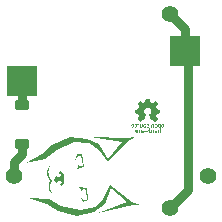
<source format=gbr>
%TF.GenerationSoftware,KiCad,Pcbnew,9.0.5*%
%TF.CreationDate,2025-10-09T16:36:40+08:00*%
%TF.ProjectId,snowshoe-mx,736e6f77-7368-46f6-952d-6d782e6b6963,rev?*%
%TF.SameCoordinates,Original*%
%TF.FileFunction,Copper,L2,Bot*%
%TF.FilePolarity,Positive*%
%FSLAX46Y46*%
G04 Gerber Fmt 4.6, Leading zero omitted, Abs format (unit mm)*
G04 Created by KiCad (PCBNEW 9.0.5) date 2025-10-09 16:36:40*
%MOMM*%
%LPD*%
G01*
G04 APERTURE LIST*
G04 Aperture macros list*
%AMRoundRect*
0 Rectangle with rounded corners*
0 $1 Rounding radius*
0 $2 $3 $4 $5 $6 $7 $8 $9 X,Y pos of 4 corners*
0 Add a 4 corners polygon primitive as box body*
4,1,4,$2,$3,$4,$5,$6,$7,$8,$9,$2,$3,0*
0 Add four circle primitives for the rounded corners*
1,1,$1+$1,$2,$3*
1,1,$1+$1,$4,$5*
1,1,$1+$1,$6,$7*
1,1,$1+$1,$8,$9*
0 Add four rect primitives between the rounded corners*
20,1,$1+$1,$2,$3,$4,$5,0*
20,1,$1+$1,$4,$5,$6,$7,0*
20,1,$1+$1,$6,$7,$8,$9,0*
20,1,$1+$1,$8,$9,$2,$3,0*%
G04 Aperture macros list end*
%TA.AperFunction,NonConductor*%
%ADD10C,0.000000*%
%TD*%
%TA.AperFunction,ComponentPad*%
%ADD11C,1.400000*%
%TD*%
%TA.AperFunction,SMDPad,CuDef*%
%ADD12R,2.550000X2.500000*%
%TD*%
%TA.AperFunction,SMDPad,CuDef*%
%ADD13RoundRect,0.225000X0.375000X-0.225000X0.375000X0.225000X-0.375000X0.225000X-0.375000X-0.225000X0*%
%TD*%
%TA.AperFunction,Conductor*%
%ADD14C,0.750000*%
%TD*%
G04 APERTURE END LIST*
D10*
%TA.AperFunction,NonConductor*%
G36*
X108444677Y-66745228D02*
G01*
X108443941Y-66765281D01*
X108443358Y-66773921D01*
X108442617Y-66781739D01*
X108441709Y-66788813D01*
X108440623Y-66795221D01*
X108439350Y-66801039D01*
X108437880Y-66806346D01*
X108436202Y-66811218D01*
X108434306Y-66815733D01*
X108432183Y-66819968D01*
X108429822Y-66824000D01*
X108427213Y-66827908D01*
X108424346Y-66831768D01*
X108421136Y-66835769D01*
X108417710Y-66839621D01*
X108414067Y-66843309D01*
X108410207Y-66846818D01*
X108406129Y-66850132D01*
X108401833Y-66853238D01*
X108397317Y-66856119D01*
X108392582Y-66858761D01*
X108387625Y-66861148D01*
X108385063Y-66862241D01*
X108382446Y-66863266D01*
X108379774Y-66864219D01*
X108377045Y-66865099D01*
X108374261Y-66865904D01*
X108371421Y-66866633D01*
X108368525Y-66867283D01*
X108365573Y-66867852D01*
X108362565Y-66868339D01*
X108359501Y-66868742D01*
X108356380Y-66869058D01*
X108353202Y-66869286D01*
X108349969Y-66869425D01*
X108346678Y-66869471D01*
X108341140Y-66869312D01*
X108335678Y-66868842D01*
X108330300Y-66868072D01*
X108325015Y-66867014D01*
X108319831Y-66865677D01*
X108314756Y-66864074D01*
X108309798Y-66862214D01*
X108304966Y-66860110D01*
X108300269Y-66857772D01*
X108295713Y-66855210D01*
X108291308Y-66852437D01*
X108287061Y-66849463D01*
X108282982Y-66846299D01*
X108279077Y-66842956D01*
X108275356Y-66839445D01*
X108271827Y-66835777D01*
X108271827Y-66866058D01*
X108271827Y-66866098D01*
X108213566Y-66866098D01*
X108213566Y-66721040D01*
X108271788Y-66721040D01*
X108272017Y-66736892D01*
X108272409Y-66744854D01*
X108273083Y-66752732D01*
X108274107Y-66760446D01*
X108275555Y-66767913D01*
X108277497Y-66775054D01*
X108280003Y-66781787D01*
X108281491Y-66784975D01*
X108283146Y-66788031D01*
X108284978Y-66790944D01*
X108286996Y-66793705D01*
X108289209Y-66796303D01*
X108291625Y-66798728D01*
X108294254Y-66800971D01*
X108297103Y-66803020D01*
X108300184Y-66804866D01*
X108303503Y-66806499D01*
X108307070Y-66807908D01*
X108310894Y-66809084D01*
X108314984Y-66810016D01*
X108319349Y-66810695D01*
X108323997Y-66811109D01*
X108328938Y-66811249D01*
X108333880Y-66811119D01*
X108338533Y-66810732D01*
X108342905Y-66810097D01*
X108347005Y-66809222D01*
X108350842Y-66808117D01*
X108354424Y-66806788D01*
X108357760Y-66805244D01*
X108360859Y-66803494D01*
X108363729Y-66801546D01*
X108366379Y-66799408D01*
X108368819Y-66797088D01*
X108371055Y-66794594D01*
X108373098Y-66791936D01*
X108374956Y-66789120D01*
X108376637Y-66786156D01*
X108378150Y-66783052D01*
X108379505Y-66779815D01*
X108380709Y-66776455D01*
X108381771Y-66772979D01*
X108382700Y-66769396D01*
X108383505Y-66765713D01*
X108384195Y-66761940D01*
X108385262Y-66754155D01*
X108385971Y-66746107D01*
X108386391Y-66737861D01*
X108386592Y-66729483D01*
X108386643Y-66721040D01*
X108386414Y-66704240D01*
X108386018Y-66696017D01*
X108385340Y-66687999D01*
X108384307Y-66680250D01*
X108382847Y-66672835D01*
X108380888Y-66665819D01*
X108379699Y-66662481D01*
X108378359Y-66659267D01*
X108376857Y-66656184D01*
X108375186Y-66653242D01*
X108373337Y-66650449D01*
X108371299Y-66647811D01*
X108369065Y-66645338D01*
X108366626Y-66643038D01*
X108363971Y-66640918D01*
X108361093Y-66638987D01*
X108357983Y-66637253D01*
X108354630Y-66635724D01*
X108351027Y-66634408D01*
X108347165Y-66633313D01*
X108343033Y-66632448D01*
X108338624Y-66631819D01*
X108333929Y-66631436D01*
X108328938Y-66631307D01*
X108323997Y-66631446D01*
X108319349Y-66631856D01*
X108314984Y-66632528D01*
X108310894Y-66633452D01*
X108307070Y-66634617D01*
X108303503Y-66636013D01*
X108300184Y-66637632D01*
X108297103Y-66639462D01*
X108294254Y-66641494D01*
X108291625Y-66643717D01*
X108289209Y-66646123D01*
X108286996Y-66648701D01*
X108284978Y-66651440D01*
X108283146Y-66654332D01*
X108281491Y-66657366D01*
X108280003Y-66660531D01*
X108278675Y-66663820D01*
X108277497Y-66667220D01*
X108276460Y-66670723D01*
X108275555Y-66674318D01*
X108274774Y-66677995D01*
X108274107Y-66681745D01*
X108273083Y-66689422D01*
X108272409Y-66697270D01*
X108272017Y-66705209D01*
X108271833Y-66713158D01*
X108271788Y-66721040D01*
X108213566Y-66721040D01*
X108213566Y-66459341D01*
X108271827Y-66459341D01*
X108271827Y-66607296D01*
X108275919Y-66603523D01*
X108280057Y-66599920D01*
X108284249Y-66596497D01*
X108288501Y-66593265D01*
X108292820Y-66590233D01*
X108297213Y-66587412D01*
X108301686Y-66584811D01*
X108306246Y-66582441D01*
X108310901Y-66580313D01*
X108315656Y-66578435D01*
X108320518Y-66576818D01*
X108325495Y-66575473D01*
X108330592Y-66574408D01*
X108335818Y-66573636D01*
X108341177Y-66573165D01*
X108346678Y-66573006D01*
X108353202Y-66573190D01*
X108359501Y-66573734D01*
X108365573Y-66574621D01*
X108371421Y-66575838D01*
X108377045Y-66577370D01*
X108382446Y-66579201D01*
X108387625Y-66581316D01*
X108392582Y-66583701D01*
X108397317Y-66586342D01*
X108401833Y-66589222D01*
X108406129Y-66592327D01*
X108410207Y-66595642D01*
X108414067Y-66599153D01*
X108417710Y-66602844D01*
X108421136Y-66606701D01*
X108424346Y-66610709D01*
X108427213Y-66614549D01*
X108429822Y-66618430D01*
X108432183Y-66622428D01*
X108434306Y-66626624D01*
X108435282Y-66628820D01*
X108436202Y-66631095D01*
X108437067Y-66633459D01*
X108437880Y-66635920D01*
X108438640Y-66638490D01*
X108439350Y-66641179D01*
X108440623Y-66646948D01*
X108441709Y-66653308D01*
X108442617Y-66660337D01*
X108443358Y-66668113D01*
X108443941Y-66676716D01*
X108444378Y-66686223D01*
X108444677Y-66696714D01*
X108444849Y-66708267D01*
X108444904Y-66720961D01*
X108444904Y-66721040D01*
X108444677Y-66745228D01*
G37*
%TD.AperFunction*%
%TA.AperFunction,NonConductor*%
G36*
X107982080Y-66274897D02*
G01*
X107981751Y-66285379D01*
X107981195Y-66295067D01*
X107980408Y-66304019D01*
X107979382Y-66312291D01*
X107978113Y-66319942D01*
X107976595Y-66327030D01*
X107974821Y-66333611D01*
X107972787Y-66339744D01*
X107970485Y-66345486D01*
X107967912Y-66350895D01*
X107965060Y-66356029D01*
X107961924Y-66360946D01*
X107958499Y-66365702D01*
X107954778Y-66370356D01*
X107950756Y-66374965D01*
X107947628Y-66378299D01*
X107944235Y-66381642D01*
X107940567Y-66384963D01*
X107936612Y-66388231D01*
X107932359Y-66391415D01*
X107927798Y-66394485D01*
X107922917Y-66397409D01*
X107917706Y-66400157D01*
X107914973Y-66401455D01*
X107912153Y-66402697D01*
X107909245Y-66403880D01*
X107906248Y-66404999D01*
X107903160Y-66406051D01*
X107899980Y-66407032D01*
X107896706Y-66407937D01*
X107893338Y-66408764D01*
X107889873Y-66409508D01*
X107886310Y-66410165D01*
X107882649Y-66410732D01*
X107878887Y-66411204D01*
X107875023Y-66411579D01*
X107871056Y-66411851D01*
X107866985Y-66412017D01*
X107862808Y-66412073D01*
X107854559Y-66411851D01*
X107846728Y-66411204D01*
X107839302Y-66410165D01*
X107832272Y-66408764D01*
X107825627Y-66407032D01*
X107819355Y-66404999D01*
X107813447Y-66402697D01*
X107807890Y-66400157D01*
X107802675Y-66397409D01*
X107797791Y-66394485D01*
X107793226Y-66391415D01*
X107788971Y-66388231D01*
X107785013Y-66384963D01*
X107781343Y-66381642D01*
X107777949Y-66378299D01*
X107774821Y-66374965D01*
X107770799Y-66370356D01*
X107767080Y-66365702D01*
X107763656Y-66360946D01*
X107760523Y-66356029D01*
X107757674Y-66350895D01*
X107755104Y-66345486D01*
X107752806Y-66339744D01*
X107750775Y-66333611D01*
X107749005Y-66327030D01*
X107747490Y-66319942D01*
X107746225Y-66312291D01*
X107745202Y-66304019D01*
X107744417Y-66295067D01*
X107743864Y-66285379D01*
X107743536Y-66274897D01*
X107743433Y-66264118D01*
X107801689Y-66264118D01*
X107801857Y-66278405D01*
X107802076Y-66284609D01*
X107802393Y-66290253D01*
X107802813Y-66295388D01*
X107803343Y-66300064D01*
X107803988Y-66304331D01*
X107804755Y-66308240D01*
X107805650Y-66311842D01*
X107806677Y-66315185D01*
X107807844Y-66318322D01*
X107809157Y-66321301D01*
X107810620Y-66324174D01*
X107812241Y-66326991D01*
X107814024Y-66329803D01*
X107815977Y-66332658D01*
X107816809Y-66333773D01*
X107817696Y-66334871D01*
X107819630Y-66337008D01*
X107821768Y-66339061D01*
X107824098Y-66341020D01*
X107826608Y-66342875D01*
X107829288Y-66344618D01*
X107832124Y-66346240D01*
X107835106Y-66347730D01*
X107838222Y-66349079D01*
X107841461Y-66350279D01*
X107844810Y-66351320D01*
X107848258Y-66352192D01*
X107851793Y-66352887D01*
X107855405Y-66353394D01*
X107859080Y-66353706D01*
X107862808Y-66353812D01*
X107866536Y-66353706D01*
X107870212Y-66353396D01*
X107873823Y-66352890D01*
X107877358Y-66352198D01*
X107880805Y-66351328D01*
X107884153Y-66350289D01*
X107887391Y-66349092D01*
X107890505Y-66347745D01*
X107893485Y-66346256D01*
X107896319Y-66344636D01*
X107898995Y-66342893D01*
X107901502Y-66341037D01*
X107903827Y-66339076D01*
X107905960Y-66337020D01*
X107907888Y-66334878D01*
X107909600Y-66332658D01*
X107911552Y-66329802D01*
X107913336Y-66326990D01*
X107914956Y-66324171D01*
X107916420Y-66321293D01*
X107917732Y-66318305D01*
X107918899Y-66315156D01*
X107919927Y-66311795D01*
X107920821Y-66308171D01*
X107921588Y-66304232D01*
X107922234Y-66299928D01*
X107922764Y-66295208D01*
X107923184Y-66290019D01*
X107923500Y-66284311D01*
X107923719Y-66278033D01*
X107923846Y-66271134D01*
X107923887Y-66263562D01*
X107923718Y-66249114D01*
X107923497Y-66242861D01*
X107923178Y-66237187D01*
X107922756Y-66232038D01*
X107922223Y-66227362D01*
X107921575Y-66223105D01*
X107920806Y-66219217D01*
X107919910Y-66215643D01*
X107918882Y-66212331D01*
X107917714Y-66209229D01*
X107916403Y-66206284D01*
X107914942Y-66203443D01*
X107913324Y-66200655D01*
X107911546Y-66197865D01*
X107909600Y-66195022D01*
X107908771Y-66193907D01*
X107907887Y-66192809D01*
X107905958Y-66190672D01*
X107903824Y-66188619D01*
X107901496Y-66186660D01*
X107898987Y-66184805D01*
X107896308Y-66183062D01*
X107893472Y-66181441D01*
X107890490Y-66179951D01*
X107887374Y-66178601D01*
X107884136Y-66177401D01*
X107880788Y-66176361D01*
X107877341Y-66175488D01*
X107873808Y-66174794D01*
X107870200Y-66174286D01*
X107866530Y-66173974D01*
X107862808Y-66173868D01*
X107859087Y-66173974D01*
X107855416Y-66174284D01*
X107851808Y-66174790D01*
X107848274Y-66175483D01*
X107844827Y-66176353D01*
X107841478Y-66177391D01*
X107838239Y-66178588D01*
X107835121Y-66179936D01*
X107832137Y-66181424D01*
X107829298Y-66183044D01*
X107826616Y-66184787D01*
X107824103Y-66186644D01*
X107821771Y-66188604D01*
X107819632Y-66190660D01*
X107817696Y-66192803D01*
X107815977Y-66195022D01*
X107814024Y-66197871D01*
X107812241Y-66200678D01*
X107810620Y-66203495D01*
X107809157Y-66206371D01*
X107807845Y-66209358D01*
X107806677Y-66212507D01*
X107805650Y-66215869D01*
X107804755Y-66219494D01*
X107803988Y-66223435D01*
X107803343Y-66227741D01*
X107802813Y-66232465D01*
X107802393Y-66237656D01*
X107802076Y-66243365D01*
X107801857Y-66249645D01*
X107801730Y-66256546D01*
X107801689Y-66264118D01*
X107743433Y-66264118D01*
X107743428Y-66263562D01*
X107743536Y-66252234D01*
X107743864Y-66241769D01*
X107744417Y-66232109D01*
X107745202Y-66223193D01*
X107746225Y-66214964D01*
X107747490Y-66207360D01*
X107749005Y-66200324D01*
X107750775Y-66193797D01*
X107752806Y-66187718D01*
X107755104Y-66182028D01*
X107757674Y-66176669D01*
X107760523Y-66171581D01*
X107763656Y-66166705D01*
X107767080Y-66161981D01*
X107770799Y-66157351D01*
X107774821Y-66152755D01*
X107777949Y-66149421D01*
X107781341Y-66146077D01*
X107785010Y-66142754D01*
X107788965Y-66139483D01*
X107793218Y-66136296D01*
X107797781Y-66133223D01*
X107802663Y-66130295D01*
X107807876Y-66127543D01*
X107810610Y-66126244D01*
X107813430Y-66125000D01*
X107816339Y-66123815D01*
X107819338Y-66122694D01*
X107822427Y-66121640D01*
X107825609Y-66120658D01*
X107828885Y-66119751D01*
X107832255Y-66118923D01*
X107835723Y-66118177D01*
X107839287Y-66117519D01*
X107842952Y-66116951D01*
X107846716Y-66116478D01*
X107850583Y-66116103D01*
X107854553Y-66115830D01*
X107858627Y-66115664D01*
X107862808Y-66115608D01*
X107871063Y-66115830D01*
X107878898Y-66116478D01*
X107886325Y-66117519D01*
X107893354Y-66118923D01*
X107899998Y-66120658D01*
X107906266Y-66122694D01*
X107912170Y-66125000D01*
X107917721Y-66127544D01*
X107922930Y-66130295D01*
X107927808Y-66133223D01*
X107932367Y-66136296D01*
X107936618Y-66139483D01*
X107940570Y-66142754D01*
X107944237Y-66146077D01*
X107947628Y-66149421D01*
X107950756Y-66152755D01*
X107954778Y-66157364D01*
X107958499Y-66162015D01*
X107961924Y-66166767D01*
X107965060Y-66171676D01*
X107967912Y-66176799D01*
X107970485Y-66182192D01*
X107972787Y-66187914D01*
X107974821Y-66194020D01*
X107976595Y-66200568D01*
X107978113Y-66207615D01*
X107979382Y-66215218D01*
X107980408Y-66223433D01*
X107981195Y-66232319D01*
X107981751Y-66241930D01*
X107982080Y-66252326D01*
X107982188Y-66263562D01*
X107982080Y-66274897D01*
G37*
%TD.AperFunction*%
%TA.AperFunction,NonConductor*%
G36*
X108247080Y-63950154D02*
G01*
X108247692Y-63950199D01*
X108248300Y-63950274D01*
X108248905Y-63950378D01*
X108249506Y-63950509D01*
X108250100Y-63950668D01*
X108250689Y-63950853D01*
X108251270Y-63951064D01*
X108252406Y-63951560D01*
X108253501Y-63952150D01*
X108254548Y-63952827D01*
X108255540Y-63953586D01*
X108256470Y-63954421D01*
X108257329Y-63955326D01*
X108258110Y-63956295D01*
X108258469Y-63956801D01*
X108258807Y-63957321D01*
X108259121Y-63957854D01*
X108259411Y-63958400D01*
X108259676Y-63958956D01*
X108259915Y-63959524D01*
X108260128Y-63960101D01*
X108260313Y-63960688D01*
X108260469Y-63961283D01*
X108260596Y-63961886D01*
X108311634Y-64236126D01*
X108311920Y-64237344D01*
X108312313Y-64238566D01*
X108312806Y-64239784D01*
X108313391Y-64240990D01*
X108314063Y-64242176D01*
X108314814Y-64243335D01*
X108315637Y-64244458D01*
X108316525Y-64245537D01*
X108317472Y-64246565D01*
X108318471Y-64247533D01*
X108319515Y-64248434D01*
X108320597Y-64249259D01*
X108321710Y-64250000D01*
X108322847Y-64250650D01*
X108324002Y-64251201D01*
X108325167Y-64251644D01*
X108509000Y-64326892D01*
X108510146Y-64327393D01*
X108511361Y-64327812D01*
X108512634Y-64328148D01*
X108513954Y-64328404D01*
X108515310Y-64328578D01*
X108516692Y-64328674D01*
X108518090Y-64328690D01*
X108519492Y-64328628D01*
X108520888Y-64328489D01*
X108522267Y-64328274D01*
X108523620Y-64327983D01*
X108524934Y-64327617D01*
X108526199Y-64327178D01*
X108527405Y-64326665D01*
X108528542Y-64326080D01*
X108529598Y-64325423D01*
X108758713Y-64168181D01*
X108759231Y-64167845D01*
X108759764Y-64167534D01*
X108760312Y-64167250D01*
X108760872Y-64166992D01*
X108761444Y-64166759D01*
X108762027Y-64166552D01*
X108763219Y-64166216D01*
X108764440Y-64165981D01*
X108765680Y-64165847D01*
X108766929Y-64165814D01*
X108768179Y-64165880D01*
X108769419Y-64166044D01*
X108770641Y-64166306D01*
X108771834Y-64166666D01*
X108772990Y-64167121D01*
X108774099Y-64167672D01*
X108774632Y-64167983D01*
X108775151Y-64168317D01*
X108775653Y-64168675D01*
X108776138Y-64169056D01*
X108776603Y-64169460D01*
X108777049Y-64169888D01*
X108970010Y-64362849D01*
X108970434Y-64363294D01*
X108970835Y-64363760D01*
X108971214Y-64364244D01*
X108971569Y-64364747D01*
X108971902Y-64365265D01*
X108972211Y-64365799D01*
X108972497Y-64366347D01*
X108972760Y-64366908D01*
X108972999Y-64367481D01*
X108973214Y-64368064D01*
X108973574Y-64369257D01*
X108973837Y-64370479D01*
X108974003Y-64371719D01*
X108974071Y-64372968D01*
X108974040Y-64374218D01*
X108973909Y-64375458D01*
X108973805Y-64376071D01*
X108973676Y-64376678D01*
X108973522Y-64377279D01*
X108973342Y-64377871D01*
X108973136Y-64378454D01*
X108972904Y-64379026D01*
X108972647Y-64379586D01*
X108972363Y-64380133D01*
X108972053Y-64380666D01*
X108971716Y-64381184D01*
X108817213Y-64606371D01*
X108816557Y-64607433D01*
X108815975Y-64608573D01*
X108815466Y-64609780D01*
X108815033Y-64611045D01*
X108814675Y-64612356D01*
X108814394Y-64613704D01*
X108814189Y-64615078D01*
X108814062Y-64616467D01*
X108814014Y-64617861D01*
X108814046Y-64619250D01*
X108814157Y-64620623D01*
X108814350Y-64621970D01*
X108814624Y-64623281D01*
X108814980Y-64624545D01*
X108815419Y-64625751D01*
X108815943Y-64626890D01*
X108897223Y-64816516D01*
X108897438Y-64817100D01*
X108897681Y-64817682D01*
X108897951Y-64818261D01*
X108898246Y-64818836D01*
X108898911Y-64819973D01*
X108899667Y-64821086D01*
X108900505Y-64822167D01*
X108901419Y-64823210D01*
X108902399Y-64824208D01*
X108903439Y-64825153D01*
X108904529Y-64826040D01*
X108905661Y-64826860D01*
X108906828Y-64827608D01*
X108908022Y-64828276D01*
X108909234Y-64828857D01*
X108910456Y-64829344D01*
X108911069Y-64829550D01*
X108911681Y-64829731D01*
X108912291Y-64829884D01*
X108912899Y-64830010D01*
X109178051Y-64879302D01*
X109178654Y-64879432D01*
X109179249Y-64879591D01*
X109179836Y-64879779D01*
X109180413Y-64879994D01*
X109180981Y-64880235D01*
X109181538Y-64880502D01*
X109182083Y-64880793D01*
X109182616Y-64881108D01*
X109183136Y-64881446D01*
X109183643Y-64881806D01*
X109184134Y-64882187D01*
X109184611Y-64882589D01*
X109185072Y-64883009D01*
X109185516Y-64883448D01*
X109185943Y-64883904D01*
X109186351Y-64884377D01*
X109186740Y-64884866D01*
X109187110Y-64885369D01*
X109187459Y-64885886D01*
X109187788Y-64886417D01*
X109188094Y-64886959D01*
X109188377Y-64887513D01*
X109188637Y-64888077D01*
X109188873Y-64888650D01*
X109189084Y-64889232D01*
X109189269Y-64889822D01*
X109189428Y-64890418D01*
X109189559Y-64891021D01*
X109189663Y-64891628D01*
X109189738Y-64892239D01*
X109189784Y-64892854D01*
X109189799Y-64893470D01*
X109189799Y-65166362D01*
X109189783Y-65166979D01*
X109189738Y-65167593D01*
X109189662Y-65168205D01*
X109189558Y-65168813D01*
X109189425Y-65169416D01*
X109189265Y-65170014D01*
X109189079Y-65170604D01*
X109188867Y-65171187D01*
X109188630Y-65171762D01*
X109188368Y-65172327D01*
X109187775Y-65173426D01*
X109187094Y-65174476D01*
X109186331Y-65175470D01*
X109185492Y-65176401D01*
X109184584Y-65177261D01*
X109183612Y-65178043D01*
X109183104Y-65178403D01*
X109182583Y-65178740D01*
X109182048Y-65179055D01*
X109181502Y-65179345D01*
X109180944Y-65179610D01*
X109180375Y-65179850D01*
X109179797Y-65180062D01*
X109179210Y-65180247D01*
X109178615Y-65180403D01*
X109178012Y-65180530D01*
X108919368Y-65228671D01*
X108918761Y-65228797D01*
X108918152Y-65228951D01*
X108916932Y-65229341D01*
X108915719Y-65229832D01*
X108914518Y-65230419D01*
X108913339Y-65231093D01*
X108912189Y-65231848D01*
X108911076Y-65232677D01*
X108910007Y-65233573D01*
X108908991Y-65234528D01*
X108908035Y-65235535D01*
X108907148Y-65236588D01*
X108906337Y-65237679D01*
X108905609Y-65238801D01*
X108904974Y-65239948D01*
X108904438Y-65241111D01*
X108904009Y-65242284D01*
X108823245Y-65443976D01*
X108822744Y-65445122D01*
X108822325Y-65446336D01*
X108821989Y-65447607D01*
X108821735Y-65448924D01*
X108821561Y-65450278D01*
X108821468Y-65451658D01*
X108821454Y-65453053D01*
X108821519Y-65454453D01*
X108821662Y-65455848D01*
X108821882Y-65457226D01*
X108822180Y-65458578D01*
X108822553Y-65459893D01*
X108823002Y-65461160D01*
X108823525Y-65462370D01*
X108824122Y-65463511D01*
X108824793Y-65464574D01*
X108971716Y-65678648D01*
X108972049Y-65679166D01*
X108972356Y-65679699D01*
X108972637Y-65680246D01*
X108972893Y-65680806D01*
X108973123Y-65681379D01*
X108973327Y-65681961D01*
X108973660Y-65683154D01*
X108973891Y-65684375D01*
X108974022Y-65685615D01*
X108974055Y-65686864D01*
X108973988Y-65688113D01*
X108973824Y-65689354D01*
X108973563Y-65690575D01*
X108973206Y-65691769D01*
X108972754Y-65692924D01*
X108972208Y-65694033D01*
X108971899Y-65694567D01*
X108971567Y-65695086D01*
X108971212Y-65695588D01*
X108970834Y-65696072D01*
X108970433Y-65696538D01*
X108970010Y-65696984D01*
X108777009Y-65889944D01*
X108776564Y-65890368D01*
X108776098Y-65890769D01*
X108775613Y-65891147D01*
X108775111Y-65891502D01*
X108774593Y-65891834D01*
X108774059Y-65892142D01*
X108773511Y-65892427D01*
X108772950Y-65892689D01*
X108772377Y-65892927D01*
X108771794Y-65893141D01*
X108770601Y-65893498D01*
X108769379Y-65893759D01*
X108768139Y-65893923D01*
X108766890Y-65893989D01*
X108765640Y-65893957D01*
X108764400Y-65893826D01*
X108763179Y-65893594D01*
X108762579Y-65893441D01*
X108761987Y-65893262D01*
X108761404Y-65893057D01*
X108760832Y-65892828D01*
X108760272Y-65892572D01*
X108759725Y-65892291D01*
X108759191Y-65891984D01*
X108758674Y-65891651D01*
X108548370Y-65747307D01*
X108547309Y-65746655D01*
X108546175Y-65746082D01*
X108544976Y-65745589D01*
X108543724Y-65745176D01*
X108542427Y-65744844D01*
X108541097Y-65744593D01*
X108539744Y-65744423D01*
X108538378Y-65744336D01*
X108537009Y-65744330D01*
X108535648Y-65744408D01*
X108534304Y-65744568D01*
X108532988Y-65744813D01*
X108531710Y-65745141D01*
X108530481Y-65745553D01*
X108529310Y-65746050D01*
X108528208Y-65746633D01*
X108435459Y-65796163D01*
X108434905Y-65796429D01*
X108434347Y-65796664D01*
X108433785Y-65796866D01*
X108433220Y-65797037D01*
X108432653Y-65797177D01*
X108432085Y-65797287D01*
X108431518Y-65797366D01*
X108430951Y-65797415D01*
X108430386Y-65797434D01*
X108429825Y-65797424D01*
X108429267Y-65797386D01*
X108428715Y-65797319D01*
X108428168Y-65797223D01*
X108427628Y-65797100D01*
X108427096Y-65796950D01*
X108426574Y-65796773D01*
X108426061Y-65796569D01*
X108425558Y-65796339D01*
X108425068Y-65796083D01*
X108424591Y-65795801D01*
X108424127Y-65795494D01*
X108423678Y-65795163D01*
X108423245Y-65794807D01*
X108422829Y-65794427D01*
X108422430Y-65794023D01*
X108422050Y-65793596D01*
X108421690Y-65793147D01*
X108421350Y-65792674D01*
X108421033Y-65792180D01*
X108420737Y-65791663D01*
X108420466Y-65791125D01*
X108420219Y-65790567D01*
X108229004Y-65328485D01*
X108228781Y-65327911D01*
X108228587Y-65327328D01*
X108228422Y-65326737D01*
X108228286Y-65326140D01*
X108228178Y-65325537D01*
X108228098Y-65324930D01*
X108228020Y-65323706D01*
X108228050Y-65322478D01*
X108228183Y-65321254D01*
X108228418Y-65320044D01*
X108228751Y-65318856D01*
X108229180Y-65317699D01*
X108229701Y-65316582D01*
X108230311Y-65315515D01*
X108231008Y-65314505D01*
X108231788Y-65313561D01*
X108232209Y-65313118D01*
X108232649Y-65312694D01*
X108233109Y-65312291D01*
X108233587Y-65311911D01*
X108234085Y-65311554D01*
X108234600Y-65311221D01*
X108257818Y-65297013D01*
X108259492Y-65295948D01*
X108261278Y-65294733D01*
X108263144Y-65293396D01*
X108265055Y-65291963D01*
X108266980Y-65290458D01*
X108268885Y-65288909D01*
X108270736Y-65287342D01*
X108272502Y-65285781D01*
X108287866Y-65275264D01*
X108302529Y-65263845D01*
X108316450Y-65251564D01*
X108329590Y-65238462D01*
X108341909Y-65224576D01*
X108353366Y-65209949D01*
X108363922Y-65194618D01*
X108373536Y-65178625D01*
X108382170Y-65162009D01*
X108386106Y-65153479D01*
X108389782Y-65144809D01*
X108393192Y-65136002D01*
X108396332Y-65127065D01*
X108399197Y-65118002D01*
X108401781Y-65108817D01*
X108404081Y-65099517D01*
X108406089Y-65090106D01*
X108407803Y-65080588D01*
X108409216Y-65070969D01*
X108410324Y-65061255D01*
X108411121Y-65051449D01*
X108411604Y-65041557D01*
X108411765Y-65031583D01*
X108411373Y-65016052D01*
X108410207Y-65000725D01*
X108408288Y-64985621D01*
X108405633Y-64970758D01*
X108402263Y-64956157D01*
X108398196Y-64941836D01*
X108393451Y-64927813D01*
X108388047Y-64914108D01*
X108382002Y-64900740D01*
X108375337Y-64887728D01*
X108368070Y-64875090D01*
X108360219Y-64862845D01*
X108351805Y-64851014D01*
X108342845Y-64839614D01*
X108333359Y-64828664D01*
X108323366Y-64818183D01*
X108312885Y-64808191D01*
X108301935Y-64798707D01*
X108290534Y-64789748D01*
X108278702Y-64781335D01*
X108266457Y-64773486D01*
X108253820Y-64766220D01*
X108240807Y-64759556D01*
X108227440Y-64753513D01*
X108213736Y-64748110D01*
X108199714Y-64743365D01*
X108185394Y-64739299D01*
X108170795Y-64735930D01*
X108155935Y-64733276D01*
X108140833Y-64731357D01*
X108125509Y-64730192D01*
X108109982Y-64729799D01*
X108094454Y-64730192D01*
X108079130Y-64731358D01*
X108064028Y-64733277D01*
X108049168Y-64735931D01*
X108034569Y-64739302D01*
X108020249Y-64743369D01*
X108006227Y-64748114D01*
X107992523Y-64753518D01*
X107979156Y-64759562D01*
X107966144Y-64766228D01*
X107953506Y-64773495D01*
X107941261Y-64781345D01*
X107929429Y-64789760D01*
X107918028Y-64798719D01*
X107907078Y-64808205D01*
X107896597Y-64818198D01*
X107886604Y-64828680D01*
X107877118Y-64839630D01*
X107868158Y-64851031D01*
X107859744Y-64862863D01*
X107851893Y-64875107D01*
X107844626Y-64887745D01*
X107837961Y-64900757D01*
X107831917Y-64914125D01*
X107826512Y-64927829D01*
X107821767Y-64941850D01*
X107817700Y-64956170D01*
X107814330Y-64970770D01*
X107811676Y-64985630D01*
X107809756Y-65000731D01*
X107808591Y-65016055D01*
X107808198Y-65031583D01*
X107808842Y-65051449D01*
X107810747Y-65070971D01*
X107813874Y-65090109D01*
X107818182Y-65108823D01*
X107823631Y-65127073D01*
X107830182Y-65144819D01*
X107837793Y-65162022D01*
X107846427Y-65178640D01*
X107856041Y-65194635D01*
X107866597Y-65209966D01*
X107878055Y-65224594D01*
X107890373Y-65238478D01*
X107903513Y-65251579D01*
X107917434Y-65263857D01*
X107932097Y-65275271D01*
X107947461Y-65285781D01*
X107949214Y-65287342D01*
X107951055Y-65288909D01*
X107952953Y-65290458D01*
X107954873Y-65291963D01*
X107956782Y-65293397D01*
X107958646Y-65294733D01*
X107960432Y-65295948D01*
X107962106Y-65297013D01*
X107985323Y-65311221D01*
X107985839Y-65311557D01*
X107986336Y-65311917D01*
X107986815Y-65312300D01*
X107987274Y-65312705D01*
X107987715Y-65313131D01*
X107988135Y-65313576D01*
X107988536Y-65314040D01*
X107988915Y-65314521D01*
X107989274Y-65315019D01*
X107989612Y-65315532D01*
X107989928Y-65316059D01*
X107990223Y-65316600D01*
X107990494Y-65317152D01*
X107990744Y-65317716D01*
X107990970Y-65318289D01*
X107991172Y-65318871D01*
X107991351Y-65319461D01*
X107991505Y-65320057D01*
X107991635Y-65320659D01*
X107991740Y-65321265D01*
X107991820Y-65321874D01*
X107991874Y-65322486D01*
X107991902Y-65323099D01*
X107991903Y-65323712D01*
X107991878Y-65324323D01*
X107991825Y-65324933D01*
X107991745Y-65325539D01*
X107991637Y-65326142D01*
X107991501Y-65326738D01*
X107991336Y-65327329D01*
X107991142Y-65327911D01*
X107990919Y-65328485D01*
X107799705Y-65790567D01*
X107799458Y-65791125D01*
X107799186Y-65791663D01*
X107798891Y-65792180D01*
X107798573Y-65792674D01*
X107798233Y-65793147D01*
X107797873Y-65793596D01*
X107797493Y-65794023D01*
X107797095Y-65794427D01*
X107796678Y-65794807D01*
X107796245Y-65795163D01*
X107795796Y-65795494D01*
X107795333Y-65795801D01*
X107794855Y-65796083D01*
X107794365Y-65796339D01*
X107793863Y-65796569D01*
X107793350Y-65796773D01*
X107792827Y-65796950D01*
X107792295Y-65797100D01*
X107791755Y-65797223D01*
X107791209Y-65797319D01*
X107790656Y-65797386D01*
X107790099Y-65797424D01*
X107789537Y-65797434D01*
X107788972Y-65797415D01*
X107788406Y-65797366D01*
X107787838Y-65797287D01*
X107787270Y-65797177D01*
X107786703Y-65797037D01*
X107786138Y-65796866D01*
X107785576Y-65796664D01*
X107785018Y-65796429D01*
X107784465Y-65796163D01*
X107691715Y-65746633D01*
X107690613Y-65746057D01*
X107689442Y-65745564D01*
X107688213Y-65745155D01*
X107686935Y-65744829D01*
X107685619Y-65744586D01*
X107684276Y-65744425D01*
X107682914Y-65744347D01*
X107681545Y-65744351D01*
X107680179Y-65744436D01*
X107678826Y-65744603D01*
X107677496Y-65744852D01*
X107676200Y-65745182D01*
X107674947Y-65745592D01*
X107673748Y-65746084D01*
X107672614Y-65746655D01*
X107671554Y-65747307D01*
X107461250Y-65891651D01*
X107460732Y-65891984D01*
X107460199Y-65892291D01*
X107459652Y-65892572D01*
X107459091Y-65892828D01*
X107458519Y-65893057D01*
X107457937Y-65893262D01*
X107456745Y-65893594D01*
X107455524Y-65893826D01*
X107454285Y-65893957D01*
X107453037Y-65893989D01*
X107451789Y-65893923D01*
X107450551Y-65893759D01*
X107449332Y-65893498D01*
X107448142Y-65893141D01*
X107446990Y-65892689D01*
X107445886Y-65892142D01*
X107445355Y-65891834D01*
X107444839Y-65891502D01*
X107444340Y-65891147D01*
X107443858Y-65890769D01*
X107443396Y-65890368D01*
X107442954Y-65889944D01*
X107249954Y-65696984D01*
X107249529Y-65696538D01*
X107249128Y-65696072D01*
X107248750Y-65695587D01*
X107248394Y-65695084D01*
X107248061Y-65694565D01*
X107247752Y-65694030D01*
X107247466Y-65693481D01*
X107247203Y-65692919D01*
X107246964Y-65692345D01*
X107246749Y-65691760D01*
X107246389Y-65690565D01*
X107246126Y-65689341D01*
X107245960Y-65688099D01*
X107245892Y-65686847D01*
X107245923Y-65685597D01*
X107246054Y-65684357D01*
X107246158Y-65683744D01*
X107246287Y-65683137D01*
X107246441Y-65682537D01*
X107246621Y-65681946D01*
X107246827Y-65681365D01*
X107247059Y-65680795D01*
X107247316Y-65680237D01*
X107247600Y-65679692D01*
X107247910Y-65679162D01*
X107248247Y-65678648D01*
X107395170Y-65464574D01*
X107395827Y-65463511D01*
X107396413Y-65462370D01*
X107396928Y-65461160D01*
X107397370Y-65459893D01*
X107397739Y-65458578D01*
X107398033Y-65457226D01*
X107398252Y-65455848D01*
X107398395Y-65454453D01*
X107398460Y-65453053D01*
X107398447Y-65451658D01*
X107398356Y-65450278D01*
X107398184Y-65448924D01*
X107397931Y-65447607D01*
X107397597Y-65446336D01*
X107397179Y-65445122D01*
X107396678Y-65443976D01*
X107315914Y-65242284D01*
X107315714Y-65241697D01*
X107315486Y-65241111D01*
X107314952Y-65239948D01*
X107314318Y-65238801D01*
X107313593Y-65237679D01*
X107312784Y-65236588D01*
X107311899Y-65235535D01*
X107310946Y-65234528D01*
X107309932Y-65233573D01*
X107308865Y-65232677D01*
X107307752Y-65231848D01*
X107306602Y-65231093D01*
X107305422Y-65230419D01*
X107304220Y-65229832D01*
X107303003Y-65229341D01*
X107302391Y-65229133D01*
X107301779Y-65228951D01*
X107301166Y-65228797D01*
X107300555Y-65228671D01*
X107041912Y-65180530D01*
X107041309Y-65180403D01*
X107040714Y-65180247D01*
X107040127Y-65180062D01*
X107039550Y-65179850D01*
X107038982Y-65179610D01*
X107038426Y-65179345D01*
X107037880Y-65179055D01*
X107037347Y-65178741D01*
X107036827Y-65178403D01*
X107036321Y-65178043D01*
X107035829Y-65177662D01*
X107035352Y-65177261D01*
X107034891Y-65176840D01*
X107034447Y-65176401D01*
X107034021Y-65175944D01*
X107033612Y-65175470D01*
X107033223Y-65174980D01*
X107032853Y-65174476D01*
X107032504Y-65173957D01*
X107032176Y-65173426D01*
X107031870Y-65172882D01*
X107031586Y-65172327D01*
X107031326Y-65171762D01*
X107031090Y-65171187D01*
X107030879Y-65170604D01*
X107030694Y-65170014D01*
X107030535Y-65169416D01*
X107030404Y-65168813D01*
X107030300Y-65168205D01*
X107030225Y-65167593D01*
X107030180Y-65166979D01*
X107030164Y-65166362D01*
X107030164Y-64893470D01*
X107030176Y-64892854D01*
X107030218Y-64892239D01*
X107030290Y-64891628D01*
X107030391Y-64891021D01*
X107030520Y-64890418D01*
X107030676Y-64889822D01*
X107030859Y-64889232D01*
X107031067Y-64888650D01*
X107031301Y-64888077D01*
X107031559Y-64887513D01*
X107032146Y-64886417D01*
X107032820Y-64885369D01*
X107033577Y-64884377D01*
X107034411Y-64883448D01*
X107035314Y-64882589D01*
X107036282Y-64881806D01*
X107036788Y-64881446D01*
X107037308Y-64881108D01*
X107037841Y-64880793D01*
X107038386Y-64880502D01*
X107038943Y-64880235D01*
X107039510Y-64879994D01*
X107040088Y-64879779D01*
X107040674Y-64879591D01*
X107041269Y-64879432D01*
X107041872Y-64879302D01*
X107042071Y-64879302D01*
X107307223Y-64830010D01*
X107308441Y-64829731D01*
X107309666Y-64829344D01*
X107310888Y-64828857D01*
X107312100Y-64828276D01*
X107313294Y-64827608D01*
X107314461Y-64826860D01*
X107315593Y-64826040D01*
X107316683Y-64825153D01*
X107317723Y-64824208D01*
X107318703Y-64823210D01*
X107319617Y-64822167D01*
X107320455Y-64821086D01*
X107321211Y-64819973D01*
X107321876Y-64818836D01*
X107322441Y-64817682D01*
X107322900Y-64816516D01*
X107404179Y-64626890D01*
X107404703Y-64625751D01*
X107405144Y-64624546D01*
X107405502Y-64623284D01*
X107405777Y-64621976D01*
X107405972Y-64620631D01*
X107406085Y-64619260D01*
X107406117Y-64617874D01*
X107406069Y-64616482D01*
X107405942Y-64615094D01*
X107405736Y-64613721D01*
X107405452Y-64612374D01*
X107405089Y-64611062D01*
X107404649Y-64609795D01*
X107404132Y-64608584D01*
X107403539Y-64607440D01*
X107402870Y-64606371D01*
X107248366Y-64381184D01*
X107248033Y-64380667D01*
X107247726Y-64380134D01*
X107247444Y-64379587D01*
X107247188Y-64379027D01*
X107246957Y-64378456D01*
X107246752Y-64377874D01*
X107246417Y-64376684D01*
X107246183Y-64375466D01*
X107246049Y-64374228D01*
X107246015Y-64372981D01*
X107246079Y-64371734D01*
X107246242Y-64370495D01*
X107246502Y-64369275D01*
X107246858Y-64368081D01*
X107247311Y-64366925D01*
X107247860Y-64365814D01*
X107248170Y-64365278D01*
X107248503Y-64364758D01*
X107248861Y-64364254D01*
X107249241Y-64363767D01*
X107249645Y-64363298D01*
X107250073Y-64362849D01*
X107443033Y-64169888D01*
X107443479Y-64169464D01*
X107443945Y-64169063D01*
X107444429Y-64168684D01*
X107444931Y-64168328D01*
X107445450Y-64167996D01*
X107445984Y-64167687D01*
X107446531Y-64167400D01*
X107447092Y-64167138D01*
X107447664Y-64166899D01*
X107448247Y-64166683D01*
X107449440Y-64166324D01*
X107450660Y-64166061D01*
X107451899Y-64165894D01*
X107453146Y-64165826D01*
X107454393Y-64165858D01*
X107455629Y-64165989D01*
X107456241Y-64166092D01*
X107456846Y-64166221D01*
X107457445Y-64166376D01*
X107458034Y-64166556D01*
X107458614Y-64166762D01*
X107459184Y-64166993D01*
X107459741Y-64167251D01*
X107460285Y-64167535D01*
X107460815Y-64167845D01*
X107461329Y-64168181D01*
X107690445Y-64325423D01*
X107691508Y-64326087D01*
X107692650Y-64326678D01*
X107693862Y-64327196D01*
X107695131Y-64327640D01*
X107696449Y-64328009D01*
X107697803Y-64328302D01*
X107699184Y-64328518D01*
X107700580Y-64328658D01*
X107701982Y-64328719D01*
X107703378Y-64328701D01*
X107704758Y-64328604D01*
X107706111Y-64328426D01*
X107707427Y-64328166D01*
X107708694Y-64327825D01*
X107709903Y-64327400D01*
X107711043Y-64326892D01*
X107894836Y-64251644D01*
X107895419Y-64251437D01*
X107896001Y-64251201D01*
X107896581Y-64250939D01*
X107897157Y-64250650D01*
X107898296Y-64250000D01*
X107899412Y-64249259D01*
X107900496Y-64248434D01*
X107901542Y-64247533D01*
X107902543Y-64246565D01*
X107903493Y-64245537D01*
X107904383Y-64244458D01*
X107905207Y-64243335D01*
X107905958Y-64242176D01*
X107906629Y-64240990D01*
X107907212Y-64239784D01*
X107907701Y-64238566D01*
X107907909Y-64237955D01*
X107908089Y-64237344D01*
X107908243Y-64236734D01*
X107908369Y-64236126D01*
X107959407Y-63961886D01*
X107959534Y-63961283D01*
X107959690Y-63960688D01*
X107959875Y-63960101D01*
X107960088Y-63959524D01*
X107960327Y-63958956D01*
X107960592Y-63958400D01*
X107960882Y-63957854D01*
X107961196Y-63957321D01*
X107961533Y-63956801D01*
X107961893Y-63956295D01*
X107962273Y-63955803D01*
X107962674Y-63955326D01*
X107963095Y-63954865D01*
X107963533Y-63954421D01*
X107963990Y-63953995D01*
X107964462Y-63953586D01*
X107964951Y-63953197D01*
X107965454Y-63952827D01*
X107965972Y-63952478D01*
X107966502Y-63952150D01*
X107967044Y-63951843D01*
X107967597Y-63951560D01*
X107968161Y-63951300D01*
X107968733Y-63951064D01*
X107969314Y-63950853D01*
X107969903Y-63950668D01*
X107970497Y-63950509D01*
X107971098Y-63950378D01*
X107971703Y-63950274D01*
X107972311Y-63950199D01*
X107972923Y-63950154D01*
X107973536Y-63950138D01*
X108246467Y-63950138D01*
X108247080Y-63950154D01*
G37*
%TD.AperFunction*%
%TA.AperFunction,NonConductor*%
G36*
X106803582Y-72674140D02*
G01*
X107546820Y-72985673D01*
X106824102Y-72989223D01*
X103857289Y-73629138D01*
X106359841Y-72739190D01*
X104994078Y-71509185D01*
X104462360Y-72883192D01*
X103547861Y-73521302D01*
X102113979Y-73907875D01*
X100497522Y-73500000D01*
X99548843Y-72868088D01*
X98049308Y-72403226D01*
X99723655Y-72448057D01*
X100805866Y-73041877D01*
X102354685Y-73422854D01*
X103627294Y-73091944D01*
X104324016Y-72429162D01*
X104949670Y-71260959D01*
X106803582Y-72674140D01*
G37*
%TD.AperFunction*%
%TA.AperFunction,NonConductor*%
G36*
X107520622Y-66291542D02*
G01*
X107520694Y-66295188D01*
X107520906Y-66298736D01*
X107521256Y-66302185D01*
X107521742Y-66305533D01*
X107522358Y-66308779D01*
X107523104Y-66311923D01*
X107523976Y-66314963D01*
X107524970Y-66317898D01*
X107526084Y-66320726D01*
X107527314Y-66323448D01*
X107528659Y-66326060D01*
X107530114Y-66328563D01*
X107531676Y-66330956D01*
X107533343Y-66333236D01*
X107535112Y-66335403D01*
X107536979Y-66337456D01*
X107538941Y-66339393D01*
X107540996Y-66341214D01*
X107543140Y-66342917D01*
X107545371Y-66344501D01*
X107547685Y-66345965D01*
X107550079Y-66347307D01*
X107552551Y-66348528D01*
X107555096Y-66349624D01*
X107557713Y-66350596D01*
X107560399Y-66351443D01*
X107563149Y-66352162D01*
X107565962Y-66352753D01*
X107568833Y-66353214D01*
X107571761Y-66353546D01*
X107574742Y-66353745D01*
X107577772Y-66353812D01*
X107580804Y-66353745D01*
X107583789Y-66353546D01*
X107586724Y-66353214D01*
X107589605Y-66352753D01*
X107592429Y-66352162D01*
X107595193Y-66351443D01*
X107597894Y-66350596D01*
X107600529Y-66349624D01*
X107603093Y-66348528D01*
X107605585Y-66347307D01*
X107608001Y-66345965D01*
X107610337Y-66344501D01*
X107612591Y-66342917D01*
X107614759Y-66341214D01*
X107616837Y-66339393D01*
X107618824Y-66337456D01*
X107620715Y-66335403D01*
X107622508Y-66333236D01*
X107624198Y-66330956D01*
X107625784Y-66328563D01*
X107627261Y-66326060D01*
X107628626Y-66323448D01*
X107629877Y-66320726D01*
X107631010Y-66317898D01*
X107632022Y-66314963D01*
X107632909Y-66311923D01*
X107633668Y-66308779D01*
X107634297Y-66305533D01*
X107634791Y-66302185D01*
X107635149Y-66298736D01*
X107635365Y-66295188D01*
X107635438Y-66291542D01*
X107635438Y-66119021D01*
X107693699Y-66119021D01*
X107693699Y-66311545D01*
X107693660Y-66311544D01*
X107693511Y-66317612D01*
X107693071Y-66323498D01*
X107692351Y-66329201D01*
X107691361Y-66334722D01*
X107690111Y-66340059D01*
X107688612Y-66345212D01*
X107686875Y-66350180D01*
X107684909Y-66354962D01*
X107682727Y-66359557D01*
X107680336Y-66363965D01*
X107677750Y-66368185D01*
X107674977Y-66372217D01*
X107672028Y-66376059D01*
X107668914Y-66379710D01*
X107665645Y-66383171D01*
X107662232Y-66386440D01*
X107658686Y-66389516D01*
X107655015Y-66392400D01*
X107651232Y-66395089D01*
X107647347Y-66397584D01*
X107643370Y-66399883D01*
X107639311Y-66401987D01*
X107635181Y-66403893D01*
X107630990Y-66405602D01*
X107626750Y-66407113D01*
X107622470Y-66408424D01*
X107613833Y-66410447D01*
X107605163Y-66411666D01*
X107600842Y-66411971D01*
X107596545Y-66412073D01*
X107590921Y-66411939D01*
X107585396Y-66411537D01*
X107579975Y-66410867D01*
X107574664Y-66409930D01*
X107569470Y-66408724D01*
X107564398Y-66407251D01*
X107559454Y-66405510D01*
X107554645Y-66403500D01*
X107549976Y-66401223D01*
X107545453Y-66398678D01*
X107541083Y-66395865D01*
X107536872Y-66392785D01*
X107532825Y-66389436D01*
X107528949Y-66385819D01*
X107525250Y-66381935D01*
X107521734Y-66377783D01*
X107520623Y-66377783D01*
X107520623Y-66408660D01*
X107462361Y-66408660D01*
X107462361Y-66119021D01*
X107520622Y-66119021D01*
X107520622Y-66291542D01*
G37*
%TD.AperFunction*%
%TA.AperFunction,NonConductor*%
G36*
X102542526Y-68666125D02*
G01*
X102687130Y-69721889D01*
X102080221Y-69919177D01*
X102199001Y-69726906D01*
X102209984Y-69496317D01*
X102315992Y-69644012D01*
X102467569Y-69694839D01*
X102588681Y-69617512D01*
X102459693Y-68756239D01*
X102196121Y-68772607D01*
X101942839Y-69197963D01*
X102134590Y-68647019D01*
X102542526Y-68666125D01*
G37*
%TD.AperFunction*%
%TA.AperFunction,NonConductor*%
G36*
X109499095Y-66274897D02*
G01*
X109498767Y-66285379D01*
X109498214Y-66295067D01*
X109497429Y-66304019D01*
X109496406Y-66312291D01*
X109495141Y-66319942D01*
X109493626Y-66327029D01*
X109491856Y-66333611D01*
X109489825Y-66339744D01*
X109487527Y-66345486D01*
X109484957Y-66350895D01*
X109482108Y-66356029D01*
X109478975Y-66360945D01*
X109475551Y-66365702D01*
X109471832Y-66370356D01*
X109467810Y-66374965D01*
X109464682Y-66378299D01*
X109461288Y-66381641D01*
X109457618Y-66384962D01*
X109453660Y-66388230D01*
X109449405Y-66391415D01*
X109444840Y-66394485D01*
X109439956Y-66397409D01*
X109434741Y-66400157D01*
X109432006Y-66401455D01*
X109429184Y-66402697D01*
X109426275Y-66403879D01*
X109423276Y-66404999D01*
X109420186Y-66406051D01*
X109417004Y-66407031D01*
X109413729Y-66407937D01*
X109410359Y-66408764D01*
X109406893Y-66409508D01*
X109403329Y-66410165D01*
X109399666Y-66410732D01*
X109395903Y-66411204D01*
X109392039Y-66411578D01*
X109388072Y-66411850D01*
X109384000Y-66412016D01*
X109379823Y-66412073D01*
X109371575Y-66411850D01*
X109363744Y-66411204D01*
X109356321Y-66410165D01*
X109349293Y-66408764D01*
X109342650Y-66407031D01*
X109336381Y-66404999D01*
X109330475Y-66402697D01*
X109324920Y-66400156D01*
X109319707Y-66397409D01*
X109314823Y-66394485D01*
X109310259Y-66391415D01*
X109306002Y-66388230D01*
X109302043Y-66384962D01*
X109298369Y-66381641D01*
X109294970Y-66378299D01*
X109291836Y-66374965D01*
X109287814Y-66370356D01*
X109284093Y-66365702D01*
X109280667Y-66360945D01*
X109277532Y-66356029D01*
X109274680Y-66350895D01*
X109272106Y-66345486D01*
X109269805Y-66339744D01*
X109267770Y-66333611D01*
X109265997Y-66327029D01*
X109264478Y-66319942D01*
X109263209Y-66312291D01*
X109262184Y-66304019D01*
X109261396Y-66295067D01*
X109260841Y-66285379D01*
X109260512Y-66274897D01*
X109260408Y-66264118D01*
X109318704Y-66264118D01*
X109318872Y-66278405D01*
X109319091Y-66284609D01*
X109319407Y-66290253D01*
X109319828Y-66295388D01*
X109320358Y-66300064D01*
X109321003Y-66304331D01*
X109321770Y-66308240D01*
X109322665Y-66311842D01*
X109323692Y-66315185D01*
X109324859Y-66318322D01*
X109326172Y-66321301D01*
X109327635Y-66324174D01*
X109329256Y-66326991D01*
X109331039Y-66329803D01*
X109332992Y-66332658D01*
X109333824Y-66333773D01*
X109334711Y-66334871D01*
X109336646Y-66337008D01*
X109338786Y-66339061D01*
X109341118Y-66341020D01*
X109343631Y-66342875D01*
X109346313Y-66344618D01*
X109349152Y-66346240D01*
X109352136Y-66347730D01*
X109355254Y-66349079D01*
X109358493Y-66350279D01*
X109361842Y-66351320D01*
X109365289Y-66352192D01*
X109368823Y-66352887D01*
X109372431Y-66353394D01*
X109376101Y-66353706D01*
X109379823Y-66353812D01*
X109383545Y-66353706D01*
X109387215Y-66353396D01*
X109390823Y-66352890D01*
X109394357Y-66352198D01*
X109397804Y-66351328D01*
X109401153Y-66350289D01*
X109404392Y-66349092D01*
X109407510Y-66347745D01*
X109410494Y-66346256D01*
X109413333Y-66344636D01*
X109416015Y-66342893D01*
X109418528Y-66341037D01*
X109420860Y-66339076D01*
X109423000Y-66337020D01*
X109424935Y-66334878D01*
X109426654Y-66332658D01*
X109428607Y-66329802D01*
X109430390Y-66326990D01*
X109432011Y-66324171D01*
X109433474Y-66321293D01*
X109434787Y-66318305D01*
X109435954Y-66315156D01*
X109436981Y-66311795D01*
X109437876Y-66308171D01*
X109438643Y-66304232D01*
X109439288Y-66299928D01*
X109439818Y-66295208D01*
X109440239Y-66290019D01*
X109440555Y-66284311D01*
X109440774Y-66278033D01*
X109440901Y-66271134D01*
X109440942Y-66263562D01*
X109440772Y-66249114D01*
X109440552Y-66242861D01*
X109440233Y-66237187D01*
X109439810Y-66232038D01*
X109439278Y-66227362D01*
X109438630Y-66223105D01*
X109437861Y-66219217D01*
X109436965Y-66215643D01*
X109435936Y-66212331D01*
X109434769Y-66209229D01*
X109433458Y-66206284D01*
X109431996Y-66203443D01*
X109430379Y-66200655D01*
X109428600Y-66197865D01*
X109426654Y-66195022D01*
X109425822Y-66193907D01*
X109424935Y-66192809D01*
X109423001Y-66190672D01*
X109420863Y-66188619D01*
X109418533Y-66186660D01*
X109416023Y-66184805D01*
X109413343Y-66183062D01*
X109410507Y-66181441D01*
X109407525Y-66179951D01*
X109404409Y-66178601D01*
X109401171Y-66177401D01*
X109397822Y-66176361D01*
X109394373Y-66175488D01*
X109390838Y-66174794D01*
X109387227Y-66174286D01*
X109383551Y-66173974D01*
X109379823Y-66173868D01*
X109376095Y-66173974D01*
X109372419Y-66174284D01*
X109368808Y-66174790D01*
X109365273Y-66175483D01*
X109361824Y-66176353D01*
X109358475Y-66177391D01*
X109355237Y-66178588D01*
X109352121Y-66179936D01*
X109349139Y-66181424D01*
X109346303Y-66183044D01*
X109343623Y-66184787D01*
X109341113Y-66186644D01*
X109338783Y-66188604D01*
X109336645Y-66190660D01*
X109334711Y-66192803D01*
X109332992Y-66195022D01*
X109331039Y-66197871D01*
X109329256Y-66200678D01*
X109327635Y-66203495D01*
X109326172Y-66206371D01*
X109324859Y-66209358D01*
X109323692Y-66212507D01*
X109322665Y-66215869D01*
X109321770Y-66219494D01*
X109321003Y-66223435D01*
X109320358Y-66227741D01*
X109319828Y-66232465D01*
X109319407Y-66237656D01*
X109319091Y-66243365D01*
X109318872Y-66249645D01*
X109318745Y-66256546D01*
X109318704Y-66264118D01*
X109260408Y-66264118D01*
X109260403Y-66263562D01*
X109260511Y-66252234D01*
X109260839Y-66241769D01*
X109261393Y-66232109D01*
X109262178Y-66223193D01*
X109263201Y-66214963D01*
X109264468Y-66207360D01*
X109265984Y-66200324D01*
X109267755Y-66193796D01*
X109269788Y-66187717D01*
X109272089Y-66182028D01*
X109274662Y-66176669D01*
X109277515Y-66171581D01*
X109280653Y-66166705D01*
X109284081Y-66161981D01*
X109287807Y-66157351D01*
X109291836Y-66152755D01*
X109294964Y-66149420D01*
X109298358Y-66146076D01*
X109302028Y-66142754D01*
X109305986Y-66139483D01*
X109310241Y-66136295D01*
X109314806Y-66133222D01*
X109319690Y-66130295D01*
X109324905Y-66127543D01*
X109327640Y-66126243D01*
X109330462Y-66124999D01*
X109333371Y-66123815D01*
X109336370Y-66122694D01*
X109339460Y-66121640D01*
X109342642Y-66120658D01*
X109345917Y-66119751D01*
X109349287Y-66118922D01*
X109352753Y-66118177D01*
X109356317Y-66117519D01*
X109359980Y-66116951D01*
X109363743Y-66116477D01*
X109367607Y-66116103D01*
X109371574Y-66115830D01*
X109375646Y-66115664D01*
X109379823Y-66115607D01*
X109388072Y-66115830D01*
X109395903Y-66116477D01*
X109403329Y-66117519D01*
X109410359Y-66118922D01*
X109417004Y-66120658D01*
X109423276Y-66122694D01*
X109429184Y-66124999D01*
X109434741Y-66127543D01*
X109439956Y-66130295D01*
X109444840Y-66133222D01*
X109449405Y-66136296D01*
X109453660Y-66139483D01*
X109457618Y-66142754D01*
X109461288Y-66146076D01*
X109464682Y-66149420D01*
X109467810Y-66152755D01*
X109471832Y-66157363D01*
X109475551Y-66162015D01*
X109478975Y-66166767D01*
X109482108Y-66171676D01*
X109484957Y-66176798D01*
X109487527Y-66182192D01*
X109489825Y-66187913D01*
X109491856Y-66194020D01*
X109493626Y-66200568D01*
X109495141Y-66207615D01*
X109496406Y-66215218D01*
X109497429Y-66223433D01*
X109498214Y-66232318D01*
X109498767Y-66241930D01*
X109499095Y-66252326D01*
X109499203Y-66263562D01*
X109499095Y-66274897D01*
G37*
%TD.AperFunction*%
%TA.AperFunction,NonConductor*%
G36*
X108522427Y-66115701D02*
G01*
X108528044Y-66116103D01*
X108533545Y-66116773D01*
X108538924Y-66117711D01*
X108544176Y-66118916D01*
X108549296Y-66120390D01*
X108554279Y-66122131D01*
X108559120Y-66124140D01*
X108563814Y-66126417D01*
X108568355Y-66128962D01*
X108572738Y-66131775D01*
X108576958Y-66134856D01*
X108581010Y-66138204D01*
X108584889Y-66141821D01*
X108588589Y-66145705D01*
X108592106Y-66149858D01*
X108593256Y-66149858D01*
X108593256Y-66119020D01*
X108651518Y-66119020D01*
X108651518Y-66408620D01*
X108593296Y-66408620D01*
X108593296Y-66236138D01*
X108593225Y-66232489D01*
X108593012Y-66228938D01*
X108592662Y-66225487D01*
X108592176Y-66222136D01*
X108591558Y-66218888D01*
X108590811Y-66215742D01*
X108589937Y-66212701D01*
X108588940Y-66209766D01*
X108587822Y-66206937D01*
X108586587Y-66204215D01*
X108585237Y-66201602D01*
X108583776Y-66199099D01*
X108582205Y-66196708D01*
X108580529Y-66194428D01*
X108578750Y-66192262D01*
X108576870Y-66190210D01*
X108574894Y-66188273D01*
X108572824Y-66186454D01*
X108570662Y-66184752D01*
X108568412Y-66183169D01*
X108566077Y-66181707D01*
X108563659Y-66180365D01*
X108561161Y-66179146D01*
X108558588Y-66178051D01*
X108555940Y-66177080D01*
X108553222Y-66176234D01*
X108550436Y-66175516D01*
X108547585Y-66174926D01*
X108544672Y-66174465D01*
X108541700Y-66174134D01*
X108538672Y-66173935D01*
X108535591Y-66173868D01*
X108532511Y-66173935D01*
X108529488Y-66174134D01*
X108526523Y-66174465D01*
X108523620Y-66174926D01*
X108520782Y-66175516D01*
X108518011Y-66176234D01*
X108515309Y-66177080D01*
X108512680Y-66178051D01*
X108510127Y-66179146D01*
X108507651Y-66180365D01*
X108505256Y-66181707D01*
X108502945Y-66183169D01*
X108500720Y-66184752D01*
X108498583Y-66186454D01*
X108496539Y-66188273D01*
X108494588Y-66190210D01*
X108492735Y-66192262D01*
X108490982Y-66194428D01*
X108489331Y-66196708D01*
X108487785Y-66199099D01*
X108486348Y-66201602D01*
X108485021Y-66204215D01*
X108483807Y-66206937D01*
X108482710Y-66209766D01*
X108481732Y-66212701D01*
X108480875Y-66215742D01*
X108480142Y-66218888D01*
X108479537Y-66222136D01*
X108479061Y-66225487D01*
X108478718Y-66228938D01*
X108478510Y-66232489D01*
X108478440Y-66236138D01*
X108478440Y-66408620D01*
X108420179Y-66408620D01*
X108420179Y-66216136D01*
X108420328Y-66210065D01*
X108420768Y-66204176D01*
X108421487Y-66198469D01*
X108422476Y-66192945D01*
X108423724Y-66187605D01*
X108425220Y-66182450D01*
X108426954Y-66177479D01*
X108428915Y-66172695D01*
X108431093Y-66168098D01*
X108433477Y-66163688D01*
X108436056Y-66159466D01*
X108438821Y-66155433D01*
X108441760Y-66151590D01*
X108444862Y-66147937D01*
X108448119Y-66144476D01*
X108451518Y-66141206D01*
X108455049Y-66138128D01*
X108458701Y-66135244D01*
X108462465Y-66132554D01*
X108466330Y-66130059D01*
X108470284Y-66127759D01*
X108474318Y-66125655D01*
X108478420Y-66123748D01*
X108482581Y-66122039D01*
X108491035Y-66119216D01*
X108499596Y-66117193D01*
X108508179Y-66115975D01*
X108512452Y-66115669D01*
X108516699Y-66115567D01*
X108522427Y-66115701D01*
G37*
%TD.AperFunction*%
%TA.AperFunction,NonConductor*%
G36*
X107269414Y-66115701D02*
G01*
X107275030Y-66116103D01*
X107280531Y-66116773D01*
X107285910Y-66117711D01*
X107291162Y-66118916D01*
X107296282Y-66120390D01*
X107301266Y-66122131D01*
X107306107Y-66124140D01*
X107310800Y-66126417D01*
X107315341Y-66128962D01*
X107319724Y-66131775D01*
X107323944Y-66134856D01*
X107327996Y-66138204D01*
X107331875Y-66141821D01*
X107335575Y-66145705D01*
X107339092Y-66149858D01*
X107340203Y-66149858D01*
X107340203Y-66119020D01*
X107398464Y-66119020D01*
X107398464Y-66408620D01*
X107340203Y-66408620D01*
X107340203Y-66234392D01*
X107340122Y-66230499D01*
X107339882Y-66226746D01*
X107339488Y-66223132D01*
X107338945Y-66219654D01*
X107338258Y-66216313D01*
X107337433Y-66213107D01*
X107336473Y-66210036D01*
X107335385Y-66207097D01*
X107334173Y-66204291D01*
X107332842Y-66201616D01*
X107331397Y-66199071D01*
X107329843Y-66196655D01*
X107328186Y-66194367D01*
X107326430Y-66192206D01*
X107324580Y-66190170D01*
X107322641Y-66188260D01*
X107320619Y-66186474D01*
X107318518Y-66184810D01*
X107316343Y-66183268D01*
X107314100Y-66181847D01*
X107311793Y-66180545D01*
X107309427Y-66179362D01*
X107307008Y-66178297D01*
X107304540Y-66177348D01*
X107299479Y-66175796D01*
X107294283Y-66174697D01*
X107288993Y-66174044D01*
X107283648Y-66173829D01*
X107280916Y-66173876D01*
X107278293Y-66174021D01*
X107275764Y-66174266D01*
X107273317Y-66174616D01*
X107270938Y-66175072D01*
X107268613Y-66175639D01*
X107266329Y-66176320D01*
X107264072Y-66177118D01*
X107261830Y-66178036D01*
X107259588Y-66179078D01*
X107257333Y-66180248D01*
X107255051Y-66181547D01*
X107252729Y-66182981D01*
X107250354Y-66184551D01*
X107247912Y-66186262D01*
X107245390Y-66188116D01*
X107203122Y-66137832D01*
X107206468Y-66135326D01*
X107209856Y-66132944D01*
X107213289Y-66130693D01*
X107216771Y-66128577D01*
X107220306Y-66126601D01*
X107223896Y-66124770D01*
X107227547Y-66123090D01*
X107231261Y-66121565D01*
X107235042Y-66120201D01*
X107238893Y-66119002D01*
X107242819Y-66117974D01*
X107246822Y-66117121D01*
X107250907Y-66116449D01*
X107255077Y-66115963D01*
X107259335Y-66115667D01*
X107263685Y-66115567D01*
X107269414Y-66115701D01*
G37*
%TD.AperFunction*%
%TA.AperFunction,NonConductor*%
G36*
X101024299Y-70373081D02*
G01*
X101032214Y-71102981D01*
X100854819Y-71342820D01*
X100684189Y-71216922D01*
X100696134Y-71209873D01*
X100709295Y-71201504D01*
X100725675Y-71190297D01*
X100744094Y-71176548D01*
X100763370Y-71160550D01*
X100782324Y-71142598D01*
X100791311Y-71132981D01*
X100799775Y-71122986D01*
X100807568Y-71112650D01*
X100814543Y-71102010D01*
X100820552Y-71091101D01*
X100825447Y-71079962D01*
X100829082Y-71068629D01*
X100831308Y-71057138D01*
X100831978Y-71045527D01*
X100830945Y-71033833D01*
X100828060Y-71022091D01*
X100823177Y-71010340D01*
X100816147Y-70998615D01*
X100806824Y-70986954D01*
X100795060Y-70975393D01*
X100780706Y-70963969D01*
X100763617Y-70952720D01*
X100743643Y-70941681D01*
X100722646Y-70931910D01*
X100702574Y-70924357D01*
X100683409Y-70918896D01*
X100665134Y-70915403D01*
X100647734Y-70913753D01*
X100631190Y-70913820D01*
X100615486Y-70915479D01*
X100600605Y-70918605D01*
X100586530Y-70923074D01*
X100573244Y-70928759D01*
X100560730Y-70935536D01*
X100548972Y-70943280D01*
X100537952Y-70951866D01*
X100527653Y-70961168D01*
X100518060Y-70971062D01*
X100509153Y-70981422D01*
X100500918Y-70992123D01*
X100493336Y-71003041D01*
X100480067Y-71025024D01*
X100469211Y-71046371D01*
X100460631Y-71066081D01*
X100454194Y-71083153D01*
X100449763Y-71096586D01*
X100446381Y-71108534D01*
X100161937Y-70818241D01*
X100382576Y-70501522D01*
X100389809Y-70507655D01*
X100410288Y-70522522D01*
X100424925Y-70531574D01*
X100442187Y-70540821D01*
X100461848Y-70549602D01*
X100483677Y-70557253D01*
X100507447Y-70563112D01*
X100519989Y-70565162D01*
X100532930Y-70566516D01*
X100546242Y-70567090D01*
X100559896Y-70566803D01*
X100573864Y-70565570D01*
X100588117Y-70563310D01*
X100602627Y-70559939D01*
X100617365Y-70555374D01*
X100632303Y-70549533D01*
X100647412Y-70542334D01*
X100662663Y-70533692D01*
X100678028Y-70523526D01*
X100693478Y-70511752D01*
X100708985Y-70498287D01*
X100723169Y-70484164D01*
X100734765Y-70470468D01*
X100743911Y-70457202D01*
X100750748Y-70444366D01*
X100755417Y-70431962D01*
X100758057Y-70419992D01*
X100758810Y-70408456D01*
X100757815Y-70397356D01*
X100755213Y-70386694D01*
X100751143Y-70376470D01*
X100745747Y-70366686D01*
X100739164Y-70357343D01*
X100731535Y-70348443D01*
X100723000Y-70339987D01*
X100713699Y-70331977D01*
X100703773Y-70324413D01*
X100682605Y-70310631D01*
X100660618Y-70298651D01*
X100638935Y-70288485D01*
X100618678Y-70280144D01*
X100586931Y-70268977D01*
X100574353Y-70265235D01*
X100720144Y-70118189D01*
X101024299Y-70373081D01*
G37*
%TD.AperFunction*%
%TA.AperFunction,NonConductor*%
G36*
X99900295Y-69499760D02*
G01*
X99888880Y-69515751D01*
X99874159Y-69537781D01*
X99856861Y-69565645D01*
X99837713Y-69599138D01*
X99817444Y-69638053D01*
X99796780Y-69682184D01*
X99786528Y-69706142D01*
X99776450Y-69731327D01*
X99766638Y-69757713D01*
X99757181Y-69785274D01*
X99748173Y-69813986D01*
X99739702Y-69843821D01*
X99731860Y-69874755D01*
X99724739Y-69906762D01*
X99718429Y-69939815D01*
X99713021Y-69973890D01*
X99708605Y-70008961D01*
X99705274Y-70045001D01*
X99703118Y-70081985D01*
X99702228Y-70119888D01*
X99702695Y-70158683D01*
X99704609Y-70198345D01*
X99708021Y-70237817D01*
X99712851Y-70276057D01*
X99719001Y-70313065D01*
X99726369Y-70348838D01*
X99734855Y-70383375D01*
X99744360Y-70416675D01*
X99766024Y-70479557D01*
X99790560Y-70537474D01*
X99817166Y-70590414D01*
X99845040Y-70638365D01*
X99873383Y-70681317D01*
X99901391Y-70719258D01*
X99928265Y-70752176D01*
X99953203Y-70780061D01*
X99975404Y-70802902D01*
X100008387Y-70833404D01*
X100020807Y-70843591D01*
X100012793Y-70856783D01*
X99991839Y-70894606D01*
X99977957Y-70921932D01*
X99962577Y-70954429D01*
X99946278Y-70991768D01*
X99929639Y-71033620D01*
X99913240Y-71079658D01*
X99897658Y-71129551D01*
X99890355Y-71155840D01*
X99883474Y-71182971D01*
X99877086Y-71210900D01*
X99871265Y-71239589D01*
X99866083Y-71268994D01*
X99861612Y-71299076D01*
X99857924Y-71329793D01*
X99855093Y-71361104D01*
X99853189Y-71392967D01*
X99852286Y-71425343D01*
X99852457Y-71458189D01*
X99853772Y-71491465D01*
X99856378Y-71524589D01*
X99860310Y-71556993D01*
X99865475Y-71588656D01*
X99871781Y-71619556D01*
X99887447Y-71678978D01*
X99906568Y-71735086D01*
X99928405Y-71787705D01*
X99952221Y-71836662D01*
X99977275Y-71881782D01*
X100002829Y-71922892D01*
X100028144Y-71959817D01*
X100052481Y-71992383D01*
X100095265Y-72043744D01*
X100136586Y-72086504D01*
X100119617Y-72075258D01*
X100074678Y-72042662D01*
X100044516Y-72018892D01*
X100010718Y-71990428D01*
X99974403Y-71957482D01*
X99936689Y-71920268D01*
X99898696Y-71879002D01*
X99879944Y-71856915D01*
X99861541Y-71833896D01*
X99843628Y-71809970D01*
X99826345Y-71785165D01*
X99809830Y-71759507D01*
X99794224Y-71733023D01*
X99779668Y-71705739D01*
X99766300Y-71677684D01*
X99754260Y-71648882D01*
X99743689Y-71619361D01*
X99734727Y-71589149D01*
X99727512Y-71558270D01*
X99722185Y-71526753D01*
X99718887Y-71494624D01*
X99716383Y-71430687D01*
X99717506Y-71368771D01*
X99721778Y-71309169D01*
X99728720Y-71252168D01*
X99737854Y-71198061D01*
X99748703Y-71147137D01*
X99760788Y-71099686D01*
X99773631Y-71055997D01*
X99786753Y-71016362D01*
X99799677Y-70981071D01*
X99823018Y-70924678D01*
X99846280Y-70876779D01*
X99834293Y-70861893D01*
X99802812Y-70819406D01*
X99781863Y-70788830D01*
X99758562Y-70752577D01*
X99733750Y-70711053D01*
X99708266Y-70664665D01*
X99682951Y-70613821D01*
X99670620Y-70586856D01*
X99658647Y-70558929D01*
X99647135Y-70530091D01*
X99636192Y-70500395D01*
X99625921Y-70469889D01*
X99616428Y-70438627D01*
X99607817Y-70406657D01*
X99600194Y-70374032D01*
X99593664Y-70340802D01*
X99588332Y-70307017D01*
X99584303Y-70272730D01*
X99581682Y-70237991D01*
X99580574Y-70202851D01*
X99581083Y-70167360D01*
X99583299Y-70131952D01*
X99587161Y-70097052D01*
X99592558Y-70062701D01*
X99599376Y-70028939D01*
X99616828Y-69963344D01*
X99638617Y-69900590D01*
X99663840Y-69841001D01*
X99691597Y-69784898D01*
X99720987Y-69732605D01*
X99751108Y-69684445D01*
X99781061Y-69640742D01*
X99809943Y-69601817D01*
X99860892Y-69539598D01*
X99910297Y-69486726D01*
X99900295Y-69499760D01*
G37*
%TD.AperFunction*%
%TA.AperFunction,NonConductor*%
G36*
X108147143Y-66115962D02*
G01*
X108158044Y-66117023D01*
X108168516Y-66118789D01*
X108178510Y-66121258D01*
X108187978Y-66124425D01*
X108192500Y-66126271D01*
X108196873Y-66128290D01*
X108201091Y-66130483D01*
X108205147Y-66132849D01*
X108209036Y-66135388D01*
X108212753Y-66138100D01*
X108216290Y-66140984D01*
X108219642Y-66144040D01*
X108222803Y-66147268D01*
X108225767Y-66150667D01*
X108228529Y-66154237D01*
X108231081Y-66157978D01*
X108233419Y-66161889D01*
X108235536Y-66165970D01*
X108237426Y-66170222D01*
X108239083Y-66174642D01*
X108240502Y-66179232D01*
X108241676Y-66183990D01*
X108242600Y-66188917D01*
X108243267Y-66194012D01*
X108243672Y-66199275D01*
X108243808Y-66204706D01*
X108243705Y-66209302D01*
X108243399Y-66213774D01*
X108242893Y-66218121D01*
X108242193Y-66222342D01*
X108241302Y-66226438D01*
X108240225Y-66230406D01*
X108238965Y-66234247D01*
X108237527Y-66237959D01*
X108235915Y-66241543D01*
X108234133Y-66244998D01*
X108232186Y-66248322D01*
X108230077Y-66251516D01*
X108227810Y-66254578D01*
X108225391Y-66257509D01*
X108222823Y-66260307D01*
X108220110Y-66262972D01*
X108217256Y-66265503D01*
X108214266Y-66267899D01*
X108211144Y-66270161D01*
X108207894Y-66272286D01*
X108204520Y-66274276D01*
X108201026Y-66276128D01*
X108197416Y-66277843D01*
X108193696Y-66279419D01*
X108189868Y-66280857D01*
X108185937Y-66282155D01*
X108181908Y-66283312D01*
X108177784Y-66284330D01*
X108169268Y-66285939D01*
X108160425Y-66286978D01*
X108108990Y-66291542D01*
X108105296Y-66291918D01*
X108101726Y-66292416D01*
X108098295Y-66293051D01*
X108095020Y-66293836D01*
X108091916Y-66294785D01*
X108088998Y-66295912D01*
X108086284Y-66297233D01*
X108085008Y-66297970D01*
X108083788Y-66298760D01*
X108082627Y-66299605D01*
X108081527Y-66300508D01*
X108080489Y-66301469D01*
X108079516Y-66302491D01*
X108078609Y-66303575D01*
X108077770Y-66304723D01*
X108077002Y-66305937D01*
X108076307Y-66307219D01*
X108075686Y-66308570D01*
X108075141Y-66309992D01*
X108074675Y-66311487D01*
X108074289Y-66313057D01*
X108073986Y-66314703D01*
X108073766Y-66316427D01*
X108073633Y-66318231D01*
X108073588Y-66320117D01*
X108073658Y-66322385D01*
X108073866Y-66324582D01*
X108074209Y-66326709D01*
X108074685Y-66328765D01*
X108075290Y-66330750D01*
X108076023Y-66332664D01*
X108076880Y-66334507D01*
X108077858Y-66336279D01*
X108078955Y-66337980D01*
X108080169Y-66339609D01*
X108081496Y-66341167D01*
X108082933Y-66342654D01*
X108084479Y-66344069D01*
X108086130Y-66345412D01*
X108087883Y-66346684D01*
X108089736Y-66347883D01*
X108091687Y-66349011D01*
X108093731Y-66350066D01*
X108095868Y-66351050D01*
X108098093Y-66351961D01*
X108100404Y-66352800D01*
X108102799Y-66353566D01*
X108105275Y-66354260D01*
X108107828Y-66354881D01*
X108110457Y-66355430D01*
X108113159Y-66355905D01*
X108115930Y-66356308D01*
X108118768Y-66356638D01*
X108121671Y-66356894D01*
X108124635Y-66357078D01*
X108127659Y-66357188D01*
X108130738Y-66357225D01*
X108137892Y-66357078D01*
X108144791Y-66356638D01*
X108151448Y-66355905D01*
X108157878Y-66354881D01*
X108164094Y-66353566D01*
X108170109Y-66351961D01*
X108175935Y-66350066D01*
X108181588Y-66347883D01*
X108187080Y-66345412D01*
X108192424Y-66342654D01*
X108197634Y-66339609D01*
X108202723Y-66336279D01*
X108207705Y-66332664D01*
X108212592Y-66328765D01*
X108217399Y-66324582D01*
X108222139Y-66320117D01*
X108262699Y-66360082D01*
X108262660Y-66360082D01*
X108255622Y-66366408D01*
X108248441Y-66372321D01*
X108241122Y-66377820D01*
X108233668Y-66382906D01*
X108226084Y-66387581D01*
X108218374Y-66391845D01*
X108210542Y-66395700D01*
X108202593Y-66399145D01*
X108194530Y-66402181D01*
X108186357Y-66404810D01*
X108178080Y-66407033D01*
X108169702Y-66408849D01*
X108161227Y-66410261D01*
X108152659Y-66411268D01*
X108144003Y-66411872D01*
X108135263Y-66412073D01*
X108122810Y-66411693D01*
X108110759Y-66410564D01*
X108099167Y-66408697D01*
X108088087Y-66406104D01*
X108077575Y-66402799D01*
X108067687Y-66398793D01*
X108058478Y-66394100D01*
X108054146Y-66391499D01*
X108050004Y-66388731D01*
X108046059Y-66385798D01*
X108042319Y-66382700D01*
X108038790Y-66379440D01*
X108035480Y-66376019D01*
X108032394Y-66372438D01*
X108029540Y-66368699D01*
X108026926Y-66364805D01*
X108024557Y-66360755D01*
X108022441Y-66356552D01*
X108020584Y-66352198D01*
X108018995Y-66347693D01*
X108017679Y-66343040D01*
X108016643Y-66338240D01*
X108015894Y-66333295D01*
X108015440Y-66328206D01*
X108015287Y-66322974D01*
X108015571Y-66314424D01*
X108016435Y-66306133D01*
X108017895Y-66298135D01*
X108018855Y-66294256D01*
X108019970Y-66290464D01*
X108021244Y-66286761D01*
X108022678Y-66283153D01*
X108024275Y-66279644D01*
X108026036Y-66276237D01*
X108027965Y-66272937D01*
X108030062Y-66269748D01*
X108032331Y-66266675D01*
X108034774Y-66263721D01*
X108037392Y-66260890D01*
X108040189Y-66258188D01*
X108043165Y-66255618D01*
X108046324Y-66253184D01*
X108049668Y-66250890D01*
X108053198Y-66248742D01*
X108056918Y-66246742D01*
X108060829Y-66244895D01*
X108064933Y-66243206D01*
X108069233Y-66241678D01*
X108073731Y-66240316D01*
X108078429Y-66239124D01*
X108083329Y-66238106D01*
X108088434Y-66237266D01*
X108093746Y-66236608D01*
X108099266Y-66236138D01*
X108147248Y-66232725D01*
X108152478Y-66232175D01*
X108157256Y-66231400D01*
X108161596Y-66230414D01*
X108165516Y-66229232D01*
X108169030Y-66227870D01*
X108170640Y-66227126D01*
X108172155Y-66226343D01*
X108173577Y-66225522D01*
X108174907Y-66224665D01*
X108176148Y-66223775D01*
X108177302Y-66222853D01*
X108178370Y-66221900D01*
X108179355Y-66220920D01*
X108181083Y-66218882D01*
X108182501Y-66216755D01*
X108183626Y-66214553D01*
X108184473Y-66212291D01*
X108185058Y-66209985D01*
X108185397Y-66207650D01*
X108185507Y-66205301D01*
X108185470Y-66203444D01*
X108185357Y-66201620D01*
X108185166Y-66199828D01*
X108184894Y-66198072D01*
X108184540Y-66196353D01*
X108184101Y-66194672D01*
X108183576Y-66193032D01*
X108182962Y-66191434D01*
X108182256Y-66189881D01*
X108181457Y-66188373D01*
X108180562Y-66186913D01*
X108179570Y-66185503D01*
X108178477Y-66184144D01*
X108177283Y-66182838D01*
X108175984Y-66181586D01*
X108174578Y-66180392D01*
X108173064Y-66179256D01*
X108171439Y-66178180D01*
X108169701Y-66177167D01*
X108167847Y-66176217D01*
X108165876Y-66175333D01*
X108163786Y-66174516D01*
X108161573Y-66173769D01*
X108159237Y-66173093D01*
X108156774Y-66172489D01*
X108154183Y-66171960D01*
X108151462Y-66171508D01*
X108148607Y-66171134D01*
X108145618Y-66170840D01*
X108142492Y-66170627D01*
X108139226Y-66170498D01*
X108135818Y-66170455D01*
X108130016Y-66170581D01*
X108124391Y-66170954D01*
X108118931Y-66171564D01*
X108113625Y-66172404D01*
X108108463Y-66173464D01*
X108103435Y-66174737D01*
X108098529Y-66176214D01*
X108093735Y-66177887D01*
X108089041Y-66179746D01*
X108084438Y-66181784D01*
X108079914Y-66183992D01*
X108075459Y-66186361D01*
X108071062Y-66188884D01*
X108066712Y-66191551D01*
X108062398Y-66194354D01*
X108058110Y-66197284D01*
X108022153Y-66155056D01*
X108027580Y-66150657D01*
X108033157Y-66146468D01*
X108038898Y-66142500D01*
X108044820Y-66138763D01*
X108050940Y-66135267D01*
X108057272Y-66132023D01*
X108063834Y-66129039D01*
X108070642Y-66126328D01*
X108077710Y-66123897D01*
X108085057Y-66121758D01*
X108092696Y-66119920D01*
X108100645Y-66118394D01*
X108108920Y-66117190D01*
X108117536Y-66116317D01*
X108126510Y-66115786D01*
X108135858Y-66115607D01*
X108147143Y-66115962D01*
G37*
%TD.AperFunction*%
%TA.AperFunction,NonConductor*%
G36*
X107091112Y-66116108D02*
G01*
X107097308Y-66116740D01*
X107103456Y-66117631D01*
X107109545Y-66118786D01*
X107115564Y-66120208D01*
X107121501Y-66121902D01*
X107127344Y-66123872D01*
X107133083Y-66126121D01*
X107138706Y-66128653D01*
X107144202Y-66131473D01*
X107149558Y-66134584D01*
X107154765Y-66137990D01*
X107159809Y-66141696D01*
X107164681Y-66145705D01*
X107169368Y-66150022D01*
X107173860Y-66154649D01*
X107178144Y-66159592D01*
X107182210Y-66164854D01*
X107186046Y-66170439D01*
X107189640Y-66176352D01*
X107192982Y-66182595D01*
X107196059Y-66189174D01*
X107198861Y-66196092D01*
X107201376Y-66203353D01*
X107203593Y-66210961D01*
X107205499Y-66218919D01*
X107207085Y-66227233D01*
X107208338Y-66235906D01*
X107209247Y-66244942D01*
X107209801Y-66254344D01*
X107209988Y-66264118D01*
X107209801Y-66273890D01*
X107209247Y-66283288D01*
X107208338Y-66292316D01*
X107207085Y-66300979D01*
X107205499Y-66309280D01*
X107203593Y-66317224D01*
X107201376Y-66324815D01*
X107198861Y-66332057D01*
X107196059Y-66338955D01*
X107192982Y-66345512D01*
X107189640Y-66351732D01*
X107186046Y-66357621D01*
X107182210Y-66363181D01*
X107178144Y-66368418D01*
X107173860Y-66373335D01*
X107169368Y-66377937D01*
X107164681Y-66382227D01*
X107159809Y-66386210D01*
X107154764Y-66389891D01*
X107149558Y-66393273D01*
X107144201Y-66396360D01*
X107138706Y-66399156D01*
X107133083Y-66401667D01*
X107127344Y-66403896D01*
X107115564Y-66407523D01*
X107103456Y-66410073D01*
X107091112Y-66411579D01*
X107078623Y-66412073D01*
X107070484Y-66411828D01*
X107062560Y-66411107D01*
X107054851Y-66409929D01*
X107047358Y-66408313D01*
X107040082Y-66406279D01*
X107033024Y-66403846D01*
X107026186Y-66401033D01*
X107019568Y-66397860D01*
X107013171Y-66394346D01*
X107006997Y-66390510D01*
X107001046Y-66386373D01*
X106995320Y-66381952D01*
X106989820Y-66377268D01*
X106984545Y-66372340D01*
X106979499Y-66367187D01*
X106974681Y-66361829D01*
X107017504Y-66323570D01*
X107017504Y-66323530D01*
X107020256Y-66326787D01*
X107023150Y-66329913D01*
X107026183Y-66332898D01*
X107029351Y-66335729D01*
X107032649Y-66338397D01*
X107036072Y-66340890D01*
X107039618Y-66343198D01*
X107043281Y-66345309D01*
X107047058Y-66347212D01*
X107050944Y-66348898D01*
X107054935Y-66350354D01*
X107059027Y-66351569D01*
X107063216Y-66352534D01*
X107067497Y-66353237D01*
X107069671Y-66353486D01*
X107071867Y-66353666D01*
X107074084Y-66353775D01*
X107076321Y-66353812D01*
X107080707Y-66353733D01*
X107084977Y-66353495D01*
X107089131Y-66353096D01*
X107093166Y-66352534D01*
X107097082Y-66351809D01*
X107100876Y-66350918D01*
X107104548Y-66349859D01*
X107108095Y-66348631D01*
X107111515Y-66347233D01*
X107114808Y-66345662D01*
X107117972Y-66343916D01*
X107121004Y-66341995D01*
X107123904Y-66339897D01*
X107126671Y-66337619D01*
X107129301Y-66335160D01*
X107131794Y-66332519D01*
X107134149Y-66329694D01*
X107136362Y-66326683D01*
X107138434Y-66323484D01*
X107140363Y-66320097D01*
X107142146Y-66316518D01*
X107143782Y-66312747D01*
X107145271Y-66308781D01*
X107146609Y-66304620D01*
X107147796Y-66300261D01*
X107148829Y-66295703D01*
X107149708Y-66290945D01*
X107150431Y-66285983D01*
X107150996Y-66280817D01*
X107151401Y-66275446D01*
X107151645Y-66269867D01*
X107151727Y-66264078D01*
X107151401Y-66252705D01*
X107150431Y-66242153D01*
X107149708Y-66237181D01*
X107148829Y-66232409D01*
X107147796Y-66227837D01*
X107146609Y-66223462D01*
X107145271Y-66219283D01*
X107143782Y-66215299D01*
X107142146Y-66211508D01*
X107140363Y-66207909D01*
X107138434Y-66204500D01*
X107136362Y-66201280D01*
X107134149Y-66198247D01*
X107131794Y-66195399D01*
X107129301Y-66192736D01*
X107126671Y-66190255D01*
X107123904Y-66187956D01*
X107121004Y-66185836D01*
X107117972Y-66183894D01*
X107114808Y-66182129D01*
X107111515Y-66180540D01*
X107108095Y-66179124D01*
X107104548Y-66177880D01*
X107100876Y-66176807D01*
X107097082Y-66175903D01*
X107093166Y-66175166D01*
X107084977Y-66174191D01*
X107076321Y-66173869D01*
X107071867Y-66174014D01*
X107067496Y-66174444D01*
X107063213Y-66175146D01*
X107059022Y-66176111D01*
X107054927Y-66177327D01*
X107050933Y-66178783D01*
X107047045Y-66180468D01*
X107043266Y-66182372D01*
X107039601Y-66184483D01*
X107036055Y-66186790D01*
X107032631Y-66189284D01*
X107029334Y-66191951D01*
X107026169Y-66194783D01*
X107023139Y-66197767D01*
X107020249Y-66200893D01*
X107017504Y-66204150D01*
X106974681Y-66165892D01*
X106979506Y-66160526D01*
X106984557Y-66155367D01*
X106989834Y-66150434D01*
X106995337Y-66145745D01*
X107001064Y-66141321D01*
X107007015Y-66137180D01*
X107013188Y-66133342D01*
X107019583Y-66129826D01*
X107026199Y-66126651D01*
X107033035Y-66123837D01*
X107040090Y-66121403D01*
X107047363Y-66119368D01*
X107054854Y-66117752D01*
X107062562Y-66116573D01*
X107066496Y-66116154D01*
X107070485Y-66115852D01*
X107074527Y-66115669D01*
X107078623Y-66115608D01*
X107091112Y-66116108D01*
G37*
%TD.AperFunction*%
%TA.AperFunction,NonConductor*%
G36*
X107341565Y-66573179D02*
G01*
X107347181Y-66573581D01*
X107352679Y-66574251D01*
X107358056Y-66575188D01*
X107363306Y-66576394D01*
X107368424Y-66577867D01*
X107373405Y-66579608D01*
X107378243Y-66581618D01*
X107382935Y-66583895D01*
X107387475Y-66586440D01*
X107391858Y-66589253D01*
X107396079Y-66592333D01*
X107400133Y-66595682D01*
X107404015Y-66599298D01*
X107407720Y-66603183D01*
X107411244Y-66607335D01*
X107412394Y-66607335D01*
X107412394Y-66576498D01*
X107470656Y-66576498D01*
X107470656Y-66866098D01*
X107470616Y-66866098D01*
X107412355Y-66866098D01*
X107412355Y-66691870D01*
X107412274Y-66687981D01*
X107412034Y-66684230D01*
X107411640Y-66680618D01*
X107411097Y-66677143D01*
X107410410Y-66673804D01*
X107409585Y-66670600D01*
X107408625Y-66667529D01*
X107407537Y-66664592D01*
X107406325Y-66661786D01*
X107404994Y-66659111D01*
X107403549Y-66656566D01*
X107401995Y-66654150D01*
X107400338Y-66651861D01*
X107398582Y-66649700D01*
X107396732Y-66647664D01*
X107394793Y-66645753D01*
X107392771Y-66643965D01*
X107390670Y-66642300D01*
X107388495Y-66640757D01*
X107386252Y-66639335D01*
X107383945Y-66638032D01*
X107381579Y-66636848D01*
X107379160Y-66635781D01*
X107376692Y-66634831D01*
X107371630Y-66633277D01*
X107366435Y-66632177D01*
X107361145Y-66631523D01*
X107355800Y-66631306D01*
X107353069Y-66631354D01*
X107350445Y-66631499D01*
X107347916Y-66631744D01*
X107345469Y-66632093D01*
X107343090Y-66632550D01*
X107340765Y-66633117D01*
X107338481Y-66633798D01*
X107336224Y-66634596D01*
X107333982Y-66635514D01*
X107331740Y-66636556D01*
X107329485Y-66637725D01*
X107327203Y-66639025D01*
X107324881Y-66640458D01*
X107322506Y-66642029D01*
X107320064Y-66643739D01*
X107317541Y-66645594D01*
X107275274Y-66595310D01*
X107278614Y-66592803D01*
X107281998Y-66590422D01*
X107285430Y-66588171D01*
X107288912Y-66586055D01*
X107292448Y-66584079D01*
X107296041Y-66582248D01*
X107299695Y-66580568D01*
X107303413Y-66579043D01*
X107307197Y-66577678D01*
X107311052Y-66576480D01*
X107314980Y-66575451D01*
X107318985Y-66574598D01*
X107323070Y-66573926D01*
X107327238Y-66573440D01*
X107331493Y-66573145D01*
X107335837Y-66573045D01*
X107341565Y-66573179D01*
G37*
%TD.AperFunction*%
%TA.AperFunction,NonConductor*%
G36*
X108939320Y-66244457D02*
G01*
X108939862Y-66254346D01*
X108940046Y-66264673D01*
X108939846Y-66275547D01*
X108939255Y-66285903D01*
X108938289Y-66295754D01*
X108936961Y-66305110D01*
X108935286Y-66313982D01*
X108933278Y-66322382D01*
X108930951Y-66330321D01*
X108928321Y-66337811D01*
X108925402Y-66344862D01*
X108922207Y-66351486D01*
X108918752Y-66357695D01*
X108915050Y-66363499D01*
X108911117Y-66368910D01*
X108906967Y-66373940D01*
X108902613Y-66378598D01*
X108898071Y-66382898D01*
X108893355Y-66386849D01*
X108888480Y-66390463D01*
X108883459Y-66393753D01*
X108878307Y-66396728D01*
X108873039Y-66399400D01*
X108867669Y-66401781D01*
X108856682Y-66405712D01*
X108845459Y-66408613D01*
X108834117Y-66410573D01*
X108822772Y-66411683D01*
X108811538Y-66412033D01*
X108804275Y-66411871D01*
X108797063Y-66411380D01*
X108789911Y-66410551D01*
X108782831Y-66409376D01*
X108775831Y-66407846D01*
X108768921Y-66405953D01*
X108762113Y-66403689D01*
X108755415Y-66401045D01*
X108748837Y-66398012D01*
X108742390Y-66394583D01*
X108736083Y-66390748D01*
X108729926Y-66386500D01*
X108723929Y-66381830D01*
X108718103Y-66376729D01*
X108712457Y-66371189D01*
X108707001Y-66365202D01*
X108749268Y-66329245D01*
X108752561Y-66332477D01*
X108756001Y-66335531D01*
X108759576Y-66338404D01*
X108763273Y-66341091D01*
X108767081Y-66343587D01*
X108770986Y-66345889D01*
X108774976Y-66347992D01*
X108779039Y-66349892D01*
X108783161Y-66351585D01*
X108787331Y-66353066D01*
X108791536Y-66354331D01*
X108795764Y-66355376D01*
X108800001Y-66356195D01*
X108804236Y-66356786D01*
X108808456Y-66357144D01*
X108812649Y-66357264D01*
X108816367Y-66357194D01*
X108820018Y-66356983D01*
X108823599Y-66356632D01*
X108827105Y-66356140D01*
X108830535Y-66355508D01*
X108833885Y-66354736D01*
X108837150Y-66353824D01*
X108840329Y-66352772D01*
X108843416Y-66351580D01*
X108846411Y-66350248D01*
X108849308Y-66348777D01*
X108852104Y-66347166D01*
X108854797Y-66345416D01*
X108857382Y-66343527D01*
X108859857Y-66341498D01*
X108862219Y-66339331D01*
X108864463Y-66337024D01*
X108866586Y-66334579D01*
X108868586Y-66331995D01*
X108870458Y-66329272D01*
X108872200Y-66326411D01*
X108873807Y-66323411D01*
X108875278Y-66320273D01*
X108876608Y-66316997D01*
X108877794Y-66313583D01*
X108878833Y-66310031D01*
X108879721Y-66306341D01*
X108880455Y-66302513D01*
X108881032Y-66298548D01*
X108881448Y-66294445D01*
X108881700Y-66290205D01*
X108881785Y-66285827D01*
X108701286Y-66285827D01*
X108701286Y-66237884D01*
X108759547Y-66237884D01*
X108881785Y-66237884D01*
X108881605Y-66233819D01*
X108881285Y-66229874D01*
X108880826Y-66226051D01*
X108880233Y-66222350D01*
X108879507Y-66218773D01*
X108878652Y-66215318D01*
X108877670Y-66211987D01*
X108876566Y-66208780D01*
X108875340Y-66205699D01*
X108873998Y-66202742D01*
X108872540Y-66199912D01*
X108870971Y-66197208D01*
X108869294Y-66194630D01*
X108867510Y-66192180D01*
X108865624Y-66189858D01*
X108863637Y-66187665D01*
X108861554Y-66185600D01*
X108859377Y-66183665D01*
X108857109Y-66181860D01*
X108854752Y-66180185D01*
X108852310Y-66178642D01*
X108849786Y-66177229D01*
X108847183Y-66175949D01*
X108844503Y-66174802D01*
X108841750Y-66173787D01*
X108838926Y-66172906D01*
X108836035Y-66172160D01*
X108833078Y-66171548D01*
X108830061Y-66171070D01*
X108826984Y-66170729D01*
X108823851Y-66170524D01*
X108820666Y-66170455D01*
X108817482Y-66170524D01*
X108814354Y-66170729D01*
X108811284Y-66171070D01*
X108808276Y-66171548D01*
X108805331Y-66172160D01*
X108802453Y-66172906D01*
X108799644Y-66173787D01*
X108796907Y-66174802D01*
X108794244Y-66175949D01*
X108791657Y-66177229D01*
X108789151Y-66178642D01*
X108786726Y-66180185D01*
X108784386Y-66181860D01*
X108782134Y-66183665D01*
X108779972Y-66185600D01*
X108777903Y-66187665D01*
X108775928Y-66189859D01*
X108774052Y-66192180D01*
X108772277Y-66194630D01*
X108770605Y-66197208D01*
X108769038Y-66199912D01*
X108767580Y-66202742D01*
X108766233Y-66205699D01*
X108765000Y-66208781D01*
X108763884Y-66211987D01*
X108762886Y-66215318D01*
X108762010Y-66218773D01*
X108761258Y-66222350D01*
X108760634Y-66226051D01*
X108760138Y-66229874D01*
X108759775Y-66233819D01*
X108759547Y-66237884D01*
X108701286Y-66237884D01*
X108701286Y-66237845D01*
X108701447Y-66230908D01*
X108701924Y-66224136D01*
X108702708Y-66217532D01*
X108703791Y-66211100D01*
X108705165Y-66204843D01*
X108706821Y-66198765D01*
X108708749Y-66192870D01*
X108710942Y-66187161D01*
X108713392Y-66181642D01*
X108716088Y-66176317D01*
X108719024Y-66171189D01*
X108722190Y-66166262D01*
X108725577Y-66161540D01*
X108729178Y-66157026D01*
X108732983Y-66152724D01*
X108736985Y-66148637D01*
X108741174Y-66144770D01*
X108745541Y-66141126D01*
X108750079Y-66137708D01*
X108754779Y-66134521D01*
X108759631Y-66131567D01*
X108764629Y-66128852D01*
X108769762Y-66126377D01*
X108775023Y-66124147D01*
X108780402Y-66122166D01*
X108785892Y-66120438D01*
X108791484Y-66118965D01*
X108797168Y-66117752D01*
X108802937Y-66116802D01*
X108808782Y-66116118D01*
X108814695Y-66115706D01*
X108820666Y-66115567D01*
X108831235Y-66116006D01*
X108841873Y-66117360D01*
X108847186Y-66118398D01*
X108852477Y-66119686D01*
X108857734Y-66121232D01*
X108862944Y-66123043D01*
X108868093Y-66125126D01*
X108873168Y-66127488D01*
X108878157Y-66130137D01*
X108883047Y-66133079D01*
X108887825Y-66136322D01*
X108892478Y-66139873D01*
X108896992Y-66143739D01*
X108901355Y-66147928D01*
X108905555Y-66152446D01*
X108909577Y-66157301D01*
X108913409Y-66162500D01*
X108917039Y-66168051D01*
X108920452Y-66173960D01*
X108923637Y-66180234D01*
X108926580Y-66186881D01*
X108929268Y-66193909D01*
X108931688Y-66201323D01*
X108933828Y-66209132D01*
X108935674Y-66217343D01*
X108937213Y-66225963D01*
X108938433Y-66234998D01*
X108938704Y-66237884D01*
X108939320Y-66244457D01*
G37*
%TD.AperFunction*%
%TA.AperFunction,NonConductor*%
G36*
X108938577Y-66780968D02*
G01*
X108938467Y-66785646D01*
X108938138Y-66790249D01*
X108937592Y-66794772D01*
X108936831Y-66799210D01*
X108935857Y-66803558D01*
X108934673Y-66807812D01*
X108933279Y-66811966D01*
X108931678Y-66816017D01*
X108929872Y-66819958D01*
X108927863Y-66823786D01*
X108925654Y-66827495D01*
X108923245Y-66831081D01*
X108920639Y-66834539D01*
X108917838Y-66837864D01*
X108914844Y-66841052D01*
X108911659Y-66844096D01*
X108908285Y-66846994D01*
X108904724Y-66849739D01*
X108900978Y-66852328D01*
X108897049Y-66854754D01*
X108892939Y-66857014D01*
X108888649Y-66859103D01*
X108884183Y-66861016D01*
X108879541Y-66862748D01*
X108874726Y-66864294D01*
X108869740Y-66865649D01*
X108864585Y-66866809D01*
X108859263Y-66867769D01*
X108853776Y-66868524D01*
X108848125Y-66869069D01*
X108842313Y-66869400D01*
X108836342Y-66869511D01*
X108829178Y-66869404D01*
X108822451Y-66869080D01*
X108816146Y-66868537D01*
X108810246Y-66867773D01*
X108804734Y-66866784D01*
X108799593Y-66865568D01*
X108794807Y-66864124D01*
X108790360Y-66862447D01*
X108786233Y-66860536D01*
X108782411Y-66858388D01*
X108778877Y-66856001D01*
X108775615Y-66853371D01*
X108772607Y-66850497D01*
X108769837Y-66847375D01*
X108767289Y-66844004D01*
X108764945Y-66840381D01*
X108763794Y-66840381D01*
X108763794Y-66866098D01*
X108763754Y-66866098D01*
X108705493Y-66866098D01*
X108705493Y-66743265D01*
X108763754Y-66743265D01*
X108763754Y-66764418D01*
X108763803Y-66768536D01*
X108763952Y-66772426D01*
X108764203Y-66776094D01*
X108764560Y-66779546D01*
X108765025Y-66782789D01*
X108765601Y-66785830D01*
X108766292Y-66788674D01*
X108767099Y-66791329D01*
X108768026Y-66793800D01*
X108769075Y-66796094D01*
X108770249Y-66798217D01*
X108771552Y-66800176D01*
X108772986Y-66801977D01*
X108774553Y-66803627D01*
X108776257Y-66805131D01*
X108778101Y-66806497D01*
X108780087Y-66807730D01*
X108782218Y-66808838D01*
X108784497Y-66809826D01*
X108786927Y-66810701D01*
X108789511Y-66811469D01*
X108792251Y-66812137D01*
X108795150Y-66812710D01*
X108798211Y-66813197D01*
X108804832Y-66813932D01*
X108812136Y-66814394D01*
X108820144Y-66814634D01*
X108828881Y-66814702D01*
X108835992Y-66814505D01*
X108842553Y-66813928D01*
X108848577Y-66812992D01*
X108854077Y-66811720D01*
X108856634Y-66810965D01*
X108859065Y-66810134D01*
X108861371Y-66809229D01*
X108863554Y-66808254D01*
X108865615Y-66807211D01*
X108867556Y-66806104D01*
X108869379Y-66804934D01*
X108871084Y-66803704D01*
X108872674Y-66802417D01*
X108874150Y-66801077D01*
X108875513Y-66799685D01*
X108876766Y-66798244D01*
X108877910Y-66796757D01*
X108878946Y-66795227D01*
X108879876Y-66793657D01*
X108880701Y-66792049D01*
X108882045Y-66788730D01*
X108882989Y-66785293D01*
X108883546Y-66781759D01*
X108883729Y-66778150D01*
X108883682Y-66776189D01*
X108883541Y-66774272D01*
X108883306Y-66772402D01*
X108882975Y-66770578D01*
X108882549Y-66768802D01*
X108882027Y-66767076D01*
X108881409Y-66765400D01*
X108880694Y-66763775D01*
X108879883Y-66762204D01*
X108878973Y-66760686D01*
X108877966Y-66759223D01*
X108876860Y-66757816D01*
X108875656Y-66756467D01*
X108874352Y-66755176D01*
X108872949Y-66753945D01*
X108871446Y-66752775D01*
X108869842Y-66751667D01*
X108868138Y-66750622D01*
X108866332Y-66749641D01*
X108864424Y-66748725D01*
X108862415Y-66747876D01*
X108860302Y-66747095D01*
X108858087Y-66746383D01*
X108855768Y-66745741D01*
X108853346Y-66745170D01*
X108850819Y-66744672D01*
X108848187Y-66744247D01*
X108845451Y-66743896D01*
X108842609Y-66743622D01*
X108839661Y-66743424D01*
X108836606Y-66743305D01*
X108833445Y-66743265D01*
X108763754Y-66743265D01*
X108705493Y-66743265D01*
X108705493Y-66668454D01*
X108705636Y-66661899D01*
X108706062Y-66655617D01*
X108706766Y-66649604D01*
X108707743Y-66643855D01*
X108708989Y-66638368D01*
X108710498Y-66633137D01*
X108712265Y-66628157D01*
X108714285Y-66623426D01*
X108716555Y-66618937D01*
X108719067Y-66614688D01*
X108721819Y-66610674D01*
X108724804Y-66606890D01*
X108728018Y-66603333D01*
X108731456Y-66599997D01*
X108735113Y-66596880D01*
X108738984Y-66593976D01*
X108743064Y-66591280D01*
X108747349Y-66588790D01*
X108751833Y-66586501D01*
X108756511Y-66584408D01*
X108761379Y-66582507D01*
X108766431Y-66580793D01*
X108771663Y-66579263D01*
X108777070Y-66577913D01*
X108782646Y-66576737D01*
X108788388Y-66575732D01*
X108800346Y-66574216D01*
X108812904Y-66573332D01*
X108826024Y-66573045D01*
X108834031Y-66573181D01*
X108841773Y-66573595D01*
X108849252Y-66574300D01*
X108856471Y-66575307D01*
X108863432Y-66576629D01*
X108870137Y-66578278D01*
X108876590Y-66580264D01*
X108882792Y-66582600D01*
X108888746Y-66585298D01*
X108894455Y-66588370D01*
X108899921Y-66591827D01*
X108905146Y-66595682D01*
X108910134Y-66599946D01*
X108914886Y-66604631D01*
X108919406Y-66609750D01*
X108923695Y-66615313D01*
X108878014Y-66650158D01*
X108877039Y-66648638D01*
X108876037Y-66647181D01*
X108875008Y-66645784D01*
X108873948Y-66644448D01*
X108872857Y-66643172D01*
X108871731Y-66641954D01*
X108870568Y-66640795D01*
X108869366Y-66639691D01*
X108868124Y-66638644D01*
X108866838Y-66637652D01*
X108865506Y-66636714D01*
X108864127Y-66635828D01*
X108862698Y-66634995D01*
X108861218Y-66634214D01*
X108859683Y-66633482D01*
X108858091Y-66632800D01*
X108856441Y-66632167D01*
X108854730Y-66631581D01*
X108852957Y-66631041D01*
X108851118Y-66630548D01*
X108849211Y-66630099D01*
X108847235Y-66629694D01*
X108845187Y-66629332D01*
X108843066Y-66629012D01*
X108838592Y-66628494D01*
X108833795Y-66628134D01*
X108828659Y-66627923D01*
X108823166Y-66627854D01*
X108815625Y-66627970D01*
X108808638Y-66628325D01*
X108802194Y-66628932D01*
X108796286Y-66629802D01*
X108790903Y-66630946D01*
X108786038Y-66632377D01*
X108781679Y-66634105D01*
X108779687Y-66635085D01*
X108777818Y-66636144D01*
X108776072Y-66637283D01*
X108774446Y-66638504D01*
X108772941Y-66639808D01*
X108771554Y-66641196D01*
X108770285Y-66642671D01*
X108769132Y-66644234D01*
X108768095Y-66645886D01*
X108767171Y-66647628D01*
X108766361Y-66649462D01*
X108765662Y-66651390D01*
X108765074Y-66653413D01*
X108764596Y-66655532D01*
X108764226Y-66657749D01*
X108763963Y-66660065D01*
X108763754Y-66665002D01*
X108763754Y-66695283D01*
X108844320Y-66695283D01*
X108850069Y-66695398D01*
X108855640Y-66695737D01*
X108861033Y-66696296D01*
X108866248Y-66697068D01*
X108871284Y-66698048D01*
X108876141Y-66699228D01*
X108880819Y-66700604D01*
X108885317Y-66702169D01*
X108889636Y-66703918D01*
X108893774Y-66705844D01*
X108897731Y-66707941D01*
X108901508Y-66710203D01*
X108905103Y-66712625D01*
X108908517Y-66715200D01*
X108911750Y-66717923D01*
X108914800Y-66720787D01*
X108917667Y-66723787D01*
X108920352Y-66726916D01*
X108922854Y-66730168D01*
X108925172Y-66733538D01*
X108927307Y-66737020D01*
X108929258Y-66740607D01*
X108931024Y-66744294D01*
X108932606Y-66748074D01*
X108934003Y-66751942D01*
X108935215Y-66755892D01*
X108936241Y-66759917D01*
X108937081Y-66764012D01*
X108937735Y-66768170D01*
X108938203Y-66772387D01*
X108938484Y-66776655D01*
X108938516Y-66778150D01*
X108938577Y-66780968D01*
G37*
%TD.AperFunction*%
%TA.AperFunction,NonConductor*%
G36*
X106328584Y-67292819D02*
G01*
X107041267Y-67172751D01*
X106362237Y-67606772D01*
X104777242Y-69316117D01*
X103961067Y-68272086D01*
X103161285Y-67738186D01*
X101850837Y-67629733D01*
X100389962Y-68269909D01*
X99425214Y-69040017D01*
X97783187Y-69370460D01*
X99181161Y-68656058D01*
X100007831Y-67871251D01*
X101530750Y-67193008D01*
X103009612Y-67328730D01*
X104019747Y-67801087D01*
X104778557Y-69063951D01*
X105913908Y-67618547D01*
X103296045Y-67169578D01*
X106328584Y-67292819D01*
G37*
%TD.AperFunction*%
%TA.AperFunction,NonConductor*%
G36*
X108512426Y-66573179D02*
G01*
X108518043Y-66573581D01*
X108523543Y-66574251D01*
X108528922Y-66575188D01*
X108534175Y-66576394D01*
X108539295Y-66577867D01*
X108544278Y-66579608D01*
X108549119Y-66581618D01*
X108553813Y-66583895D01*
X108558353Y-66586440D01*
X108562737Y-66589253D01*
X108566957Y-66592333D01*
X108571009Y-66595682D01*
X108574887Y-66599298D01*
X108578588Y-66603183D01*
X108582104Y-66607335D01*
X108583255Y-66607335D01*
X108583255Y-66576498D01*
X108641516Y-66576498D01*
X108641516Y-66866098D01*
X108641477Y-66866098D01*
X108583216Y-66866098D01*
X108583216Y-66691870D01*
X108583134Y-66687981D01*
X108582894Y-66684230D01*
X108582499Y-66680618D01*
X108581956Y-66677143D01*
X108581268Y-66673804D01*
X108580442Y-66670600D01*
X108579481Y-66667529D01*
X108578392Y-66664592D01*
X108577178Y-66661786D01*
X108575846Y-66659111D01*
X108574400Y-66656566D01*
X108572845Y-66654150D01*
X108571187Y-66651861D01*
X108569430Y-66649700D01*
X108567579Y-66647664D01*
X108565639Y-66645753D01*
X108563616Y-66643965D01*
X108561514Y-66642300D01*
X108559339Y-66640757D01*
X108557095Y-66639335D01*
X108554788Y-66638032D01*
X108552422Y-66636848D01*
X108550003Y-66635781D01*
X108547536Y-66634831D01*
X108542476Y-66633277D01*
X108537284Y-66632177D01*
X108531999Y-66631523D01*
X108526661Y-66631306D01*
X108523936Y-66631354D01*
X108521317Y-66631499D01*
X108518792Y-66631744D01*
X108516347Y-66632093D01*
X108513968Y-66632550D01*
X108511643Y-66633117D01*
X108509358Y-66633798D01*
X108507100Y-66634596D01*
X108504855Y-66635514D01*
X108502611Y-66636556D01*
X108500353Y-66637725D01*
X108498069Y-66639025D01*
X108495745Y-66640458D01*
X108493368Y-66642029D01*
X108490925Y-66643739D01*
X108488402Y-66645594D01*
X108446135Y-66595310D01*
X108449474Y-66592803D01*
X108452857Y-66590422D01*
X108456287Y-66588171D01*
X108459767Y-66586055D01*
X108463301Y-66584079D01*
X108466892Y-66582248D01*
X108470543Y-66580568D01*
X108474258Y-66579043D01*
X108478041Y-66577678D01*
X108481895Y-66576480D01*
X108485823Y-66575451D01*
X108489829Y-66574598D01*
X108493916Y-66573926D01*
X108498087Y-66573440D01*
X108502347Y-66573145D01*
X108506698Y-66573045D01*
X108512426Y-66573179D01*
G37*
%TD.AperFunction*%
%TA.AperFunction,NonConductor*%
G36*
X107889319Y-66779262D02*
G01*
X107890510Y-66779262D01*
X107956193Y-66576498D01*
X107998460Y-66576498D01*
X108064143Y-66779262D01*
X108065294Y-66779262D01*
X108120697Y-66576498D01*
X108182372Y-66576498D01*
X108089860Y-66866098D01*
X108038425Y-66866098D01*
X107977902Y-66663295D01*
X107976751Y-66663295D01*
X107916188Y-66866098D01*
X107864753Y-66866098D01*
X107772241Y-66576498D01*
X107833955Y-66576498D01*
X107889319Y-66779262D01*
G37*
%TD.AperFunction*%
%TA.AperFunction,NonConductor*%
G36*
X109210913Y-66866058D02*
G01*
X109152652Y-66866058D01*
X109152652Y-66693536D01*
X109152579Y-66689887D01*
X109152362Y-66686336D01*
X109152005Y-66682885D01*
X109151510Y-66679535D01*
X109150882Y-66676286D01*
X109150122Y-66673141D01*
X109149235Y-66670100D01*
X109148224Y-66667164D01*
X109147091Y-66664335D01*
X109145840Y-66661613D01*
X109144474Y-66659001D01*
X109142997Y-66656498D01*
X109141412Y-66654106D01*
X109139721Y-66651826D01*
X109137929Y-66649660D01*
X109136038Y-66647608D01*
X109134051Y-66645672D01*
X109131972Y-66643852D01*
X109129804Y-66642150D01*
X109127551Y-66640568D01*
X109125214Y-66639105D01*
X109122799Y-66637764D01*
X109120307Y-66636544D01*
X109117742Y-66635449D01*
X109115108Y-66634478D01*
X109112407Y-66633633D01*
X109109643Y-66632915D01*
X109106819Y-66632324D01*
X109103938Y-66631863D01*
X109101003Y-66631533D01*
X109098018Y-66631334D01*
X109094986Y-66631267D01*
X109091955Y-66631334D01*
X109088974Y-66631533D01*
X109086047Y-66631863D01*
X109083175Y-66632324D01*
X109080363Y-66632915D01*
X109077612Y-66633633D01*
X109074927Y-66634478D01*
X109072310Y-66635449D01*
X109069764Y-66636544D01*
X109067293Y-66637764D01*
X109064898Y-66639105D01*
X109062584Y-66640568D01*
X109060354Y-66642150D01*
X109058209Y-66643852D01*
X109056155Y-66645672D01*
X109054192Y-66647608D01*
X109052325Y-66649660D01*
X109050557Y-66651826D01*
X109048890Y-66654106D01*
X109047327Y-66656498D01*
X109045872Y-66659001D01*
X109044528Y-66661613D01*
X109043297Y-66664335D01*
X109042184Y-66667164D01*
X109041189Y-66670100D01*
X109040318Y-66673141D01*
X109039572Y-66676286D01*
X109038955Y-66679535D01*
X109038470Y-66682885D01*
X109038120Y-66686336D01*
X109037907Y-66689887D01*
X109037836Y-66693536D01*
X109037836Y-66866058D01*
X108979575Y-66866058D01*
X108979575Y-66673534D01*
X108979723Y-66667467D01*
X108980163Y-66661581D01*
X108980882Y-66655877D01*
X108981871Y-66650356D01*
X108983119Y-66645019D01*
X108984615Y-66639866D01*
X108986349Y-66634899D01*
X108988310Y-66630117D01*
X108990488Y-66625521D01*
X108992872Y-66621113D01*
X108995452Y-66616893D01*
X108998216Y-66612862D01*
X109001155Y-66609020D01*
X109004258Y-66605368D01*
X109007514Y-66601908D01*
X109010913Y-66598639D01*
X109014444Y-66595562D01*
X109018097Y-66592679D01*
X109021861Y-66589990D01*
X109025725Y-66587495D01*
X109029679Y-66585195D01*
X109033713Y-66583092D01*
X109037816Y-66581186D01*
X109041976Y-66579477D01*
X109046185Y-66577966D01*
X109050431Y-66576654D01*
X109054703Y-66575543D01*
X109058992Y-66574631D01*
X109063285Y-66573921D01*
X109067574Y-66573413D01*
X109071848Y-66573108D01*
X109076095Y-66573006D01*
X109081823Y-66573140D01*
X109087440Y-66573543D01*
X109092944Y-66574215D01*
X109098331Y-66575154D01*
X109103597Y-66576362D01*
X109108740Y-66577838D01*
X109113755Y-66579582D01*
X109118640Y-66581593D01*
X109123390Y-66583872D01*
X109128004Y-66586418D01*
X109132477Y-66589231D01*
X109136805Y-66592311D01*
X109140987Y-66595657D01*
X109145017Y-66599270D01*
X109148893Y-66603150D01*
X109152612Y-66607296D01*
X109152414Y-66377783D01*
X109148322Y-66381562D01*
X109144184Y-66385170D01*
X109139992Y-66388596D01*
X109135740Y-66391830D01*
X109131421Y-66394863D01*
X109127028Y-66397684D01*
X109122555Y-66400284D01*
X109117995Y-66402652D01*
X109113340Y-66404779D01*
X109108585Y-66406654D01*
X109103723Y-66408269D01*
X109098746Y-66409612D01*
X109093649Y-66410674D01*
X109088423Y-66411444D01*
X109083064Y-66411914D01*
X109077563Y-66412073D01*
X109074272Y-66412026D01*
X109071038Y-66411888D01*
X109067860Y-66411660D01*
X109064739Y-66411343D01*
X109061673Y-66410941D01*
X109058664Y-66410454D01*
X109055711Y-66409884D01*
X109052814Y-66409235D01*
X109049972Y-66408506D01*
X109047186Y-66407701D01*
X109044456Y-66406821D01*
X109041782Y-66405867D01*
X109039163Y-66404843D01*
X109036600Y-66403750D01*
X109031640Y-66401362D01*
X109026900Y-66398720D01*
X109022381Y-66395839D01*
X109018081Y-66392734D01*
X109014000Y-66389419D01*
X109010138Y-66385910D01*
X109006493Y-66382223D01*
X109003066Y-66378371D01*
X108999855Y-66374370D01*
X108996988Y-66370535D01*
X108994379Y-66366671D01*
X108992018Y-66362698D01*
X108989895Y-66358533D01*
X108988000Y-66354096D01*
X108986322Y-66349306D01*
X108984851Y-66344082D01*
X108983578Y-66338343D01*
X108982492Y-66332008D01*
X108981584Y-66324995D01*
X108980843Y-66317224D01*
X108980260Y-66308614D01*
X108979524Y-66288551D01*
X108979297Y-66264158D01*
X108979297Y-66264118D01*
X109037598Y-66264118D01*
X109037643Y-66272463D01*
X109037828Y-66280757D01*
X109038223Y-66288931D01*
X109038901Y-66296918D01*
X109039934Y-66304653D01*
X109040606Y-66308404D01*
X109041394Y-66312066D01*
X109042307Y-66315632D01*
X109043353Y-66319092D01*
X109044542Y-66322439D01*
X109045882Y-66325663D01*
X109047384Y-66328757D01*
X109049055Y-66331713D01*
X109050904Y-66334521D01*
X109052942Y-66337173D01*
X109055176Y-66339662D01*
X109057615Y-66341978D01*
X109060270Y-66344113D01*
X109063148Y-66346059D01*
X109066258Y-66347808D01*
X109069611Y-66349350D01*
X109073214Y-66350679D01*
X109077076Y-66351784D01*
X109081208Y-66352659D01*
X109085617Y-66353294D01*
X109090312Y-66353681D01*
X109095303Y-66353812D01*
X109100244Y-66353674D01*
X109104892Y-66353269D01*
X109109257Y-66352605D01*
X109113347Y-66351691D01*
X109117171Y-66350539D01*
X109120738Y-66349156D01*
X109124058Y-66347554D01*
X109127138Y-66345741D01*
X109129988Y-66343727D01*
X109132616Y-66341522D01*
X109135032Y-66339135D01*
X109137245Y-66336577D01*
X109139263Y-66333856D01*
X109141095Y-66330982D01*
X109142751Y-66327965D01*
X109144238Y-66324815D01*
X109145566Y-66321541D01*
X109146745Y-66318153D01*
X109148686Y-66311072D01*
X109150134Y-66303650D01*
X109151159Y-66295964D01*
X109151832Y-66288091D01*
X109152225Y-66280107D01*
X109152453Y-66264118D01*
X109152414Y-66256139D01*
X109152247Y-66248105D01*
X109151879Y-66240094D01*
X109151237Y-66232185D01*
X109150246Y-66224457D01*
X109149596Y-66220685D01*
X109148833Y-66216988D01*
X109147945Y-66213376D01*
X109146924Y-66209857D01*
X109145761Y-66206443D01*
X109144446Y-66203143D01*
X109142971Y-66199967D01*
X109141326Y-66196924D01*
X109139502Y-66194025D01*
X109137489Y-66191280D01*
X109135279Y-66188697D01*
X109132862Y-66186287D01*
X109130230Y-66184061D01*
X109127372Y-66182026D01*
X109124280Y-66180195D01*
X109120945Y-66178575D01*
X109117356Y-66177178D01*
X109113506Y-66176013D01*
X109109385Y-66175090D01*
X109104984Y-66174418D01*
X109100293Y-66174008D01*
X109095303Y-66173869D01*
X109090312Y-66174001D01*
X109085617Y-66174393D01*
X109081208Y-66175036D01*
X109077076Y-66175920D01*
X109073214Y-66177038D01*
X109069611Y-66178382D01*
X109066258Y-66179941D01*
X109063148Y-66181708D01*
X109060270Y-66183675D01*
X109057615Y-66185832D01*
X109055176Y-66188171D01*
X109052942Y-66190683D01*
X109050904Y-66193360D01*
X109049055Y-66196194D01*
X109047384Y-66199175D01*
X109045882Y-66202295D01*
X109044542Y-66205545D01*
X109043353Y-66208918D01*
X109041394Y-66215994D01*
X109039934Y-66223455D01*
X109038901Y-66231231D01*
X109038223Y-66239254D01*
X109037828Y-66247455D01*
X109037598Y-66264118D01*
X108979297Y-66264118D01*
X108979352Y-66251373D01*
X108979524Y-66239741D01*
X108979823Y-66229181D01*
X108980260Y-66219614D01*
X108980843Y-66210961D01*
X108981584Y-66203142D01*
X108982492Y-66196078D01*
X108983578Y-66189689D01*
X108984851Y-66183896D01*
X108985561Y-66181198D01*
X108986322Y-66178619D01*
X108987134Y-66176149D01*
X108988000Y-66173779D01*
X108988920Y-66171498D01*
X108989895Y-66169296D01*
X108992018Y-66165092D01*
X108994379Y-66161085D01*
X108996988Y-66157198D01*
X108999855Y-66153350D01*
X109003072Y-66149349D01*
X109006505Y-66145497D01*
X109010153Y-66141809D01*
X109014017Y-66138301D01*
X109018099Y-66134986D01*
X109022398Y-66131881D01*
X109026917Y-66128999D01*
X109031655Y-66126358D01*
X109036613Y-66123970D01*
X109041793Y-66121852D01*
X109047194Y-66120019D01*
X109052819Y-66118485D01*
X109058668Y-66117266D01*
X109064740Y-66116377D01*
X109071039Y-66115832D01*
X109077563Y-66115647D01*
X109083101Y-66115806D01*
X109088563Y-66116274D01*
X109093941Y-66117042D01*
X109099226Y-66118099D01*
X109104410Y-66119433D01*
X109109485Y-66121034D01*
X109114443Y-66122891D01*
X109119275Y-66124993D01*
X109123972Y-66127330D01*
X109128528Y-66129890D01*
X109132933Y-66132663D01*
X109137180Y-66135638D01*
X109141259Y-66138804D01*
X109145164Y-66142151D01*
X109148885Y-66145667D01*
X109152414Y-66149342D01*
X109152414Y-66119060D01*
X109210913Y-66119060D01*
X109210913Y-66264118D01*
X109210913Y-66866058D01*
G37*
%TD.AperFunction*%
%TA.AperFunction,NonConductor*%
G36*
X102954446Y-71541099D02*
G01*
X103048586Y-72571623D01*
X102655305Y-72681652D01*
X102344975Y-72187684D01*
X102687130Y-72545470D01*
X102947667Y-72502361D01*
X102881889Y-71664880D01*
X102731856Y-71603063D01*
X102568661Y-71682855D01*
X102498444Y-71850548D01*
X102436071Y-71628285D01*
X102277228Y-71467519D01*
X102954446Y-71541099D01*
G37*
%TD.AperFunction*%
%TA.AperFunction,NonConductor*%
G36*
X107767796Y-66780968D02*
G01*
X107767686Y-66785646D01*
X107767357Y-66790249D01*
X107766811Y-66794772D01*
X107766050Y-66799210D01*
X107765076Y-66803558D01*
X107763891Y-66807812D01*
X107762497Y-66811966D01*
X107760896Y-66816017D01*
X107759090Y-66819958D01*
X107757081Y-66823786D01*
X107754871Y-66827495D01*
X107752461Y-66831081D01*
X107749855Y-66834539D01*
X107747054Y-66837864D01*
X107744059Y-66841052D01*
X107740873Y-66844096D01*
X107737498Y-66846994D01*
X107733936Y-66849739D01*
X107730189Y-66852328D01*
X107726258Y-66854754D01*
X107722146Y-66857014D01*
X107717855Y-66859103D01*
X107713387Y-66861016D01*
X107708743Y-66862748D01*
X107703926Y-66864294D01*
X107698938Y-66865649D01*
X107693780Y-66866809D01*
X107688455Y-66867769D01*
X107682965Y-66868524D01*
X107677311Y-66869069D01*
X107671496Y-66869400D01*
X107665522Y-66869511D01*
X107658357Y-66869404D01*
X107651630Y-66869080D01*
X107645325Y-66868537D01*
X107639425Y-66867773D01*
X107633912Y-66866784D01*
X107628770Y-66865568D01*
X107623983Y-66864124D01*
X107619534Y-66862447D01*
X107615405Y-66860536D01*
X107611581Y-66858388D01*
X107608044Y-66856001D01*
X107604777Y-66853371D01*
X107601765Y-66850497D01*
X107598990Y-66847375D01*
X107596435Y-66844004D01*
X107594084Y-66840381D01*
X107592973Y-66840381D01*
X107592973Y-66866098D01*
X107592933Y-66866098D01*
X107534672Y-66866098D01*
X107534672Y-66743265D01*
X107592933Y-66743265D01*
X107592933Y-66764418D01*
X107592982Y-66768536D01*
X107593131Y-66772426D01*
X107593382Y-66776094D01*
X107593739Y-66779546D01*
X107594204Y-66782789D01*
X107594781Y-66785830D01*
X107595471Y-66788674D01*
X107596278Y-66791329D01*
X107597205Y-66793800D01*
X107598254Y-66796094D01*
X107599429Y-66798217D01*
X107600731Y-66800176D01*
X107602165Y-66801977D01*
X107603732Y-66803627D01*
X107605436Y-66805131D01*
X107607280Y-66806497D01*
X107609266Y-66807730D01*
X107611397Y-66808838D01*
X107613676Y-66809826D01*
X107616106Y-66810701D01*
X107618690Y-66811469D01*
X107621430Y-66812137D01*
X107624329Y-66812710D01*
X107627391Y-66813197D01*
X107634011Y-66813932D01*
X107641315Y-66814394D01*
X107649324Y-66814634D01*
X107658060Y-66814702D01*
X107665171Y-66814505D01*
X107671732Y-66813928D01*
X107677756Y-66812992D01*
X107683256Y-66811720D01*
X107685814Y-66810965D01*
X107688244Y-66810134D01*
X107690550Y-66809229D01*
X107692733Y-66808254D01*
X107694794Y-66807211D01*
X107696735Y-66806104D01*
X107698558Y-66804934D01*
X107700263Y-66803704D01*
X107701853Y-66802417D01*
X107703329Y-66801077D01*
X107704692Y-66799685D01*
X107705945Y-66798244D01*
X107707089Y-66796757D01*
X107708125Y-66795227D01*
X107709055Y-66793657D01*
X107709880Y-66792049D01*
X107711224Y-66788730D01*
X107712168Y-66785293D01*
X107712725Y-66781759D01*
X107712908Y-66778150D01*
X107712862Y-66776189D01*
X107712720Y-66774272D01*
X107712485Y-66772402D01*
X107712154Y-66770578D01*
X107711728Y-66768802D01*
X107711206Y-66767076D01*
X107710588Y-66765400D01*
X107709874Y-66763775D01*
X107709062Y-66762204D01*
X107708152Y-66760686D01*
X107707145Y-66759223D01*
X107706040Y-66757816D01*
X107704835Y-66756467D01*
X107703532Y-66755176D01*
X107702128Y-66753945D01*
X107700625Y-66752775D01*
X107699021Y-66751667D01*
X107697317Y-66750622D01*
X107695511Y-66749641D01*
X107693603Y-66748725D01*
X107691594Y-66747876D01*
X107689481Y-66747095D01*
X107687266Y-66746383D01*
X107684947Y-66745741D01*
X107682525Y-66745170D01*
X107679998Y-66744672D01*
X107677367Y-66744247D01*
X107674630Y-66743896D01*
X107671788Y-66743622D01*
X107668840Y-66743424D01*
X107665786Y-66743305D01*
X107662624Y-66743265D01*
X107592933Y-66743265D01*
X107534672Y-66743265D01*
X107534672Y-66668454D01*
X107534815Y-66661899D01*
X107535241Y-66655617D01*
X107535945Y-66649604D01*
X107536922Y-66643855D01*
X107538168Y-66638368D01*
X107539677Y-66633137D01*
X107541444Y-66628157D01*
X107543464Y-66623426D01*
X107545734Y-66618937D01*
X107548246Y-66614688D01*
X107550998Y-66610674D01*
X107553983Y-66606890D01*
X107557197Y-66603333D01*
X107560635Y-66599997D01*
X107564292Y-66596880D01*
X107568163Y-66593976D01*
X107572243Y-66591280D01*
X107576528Y-66588790D01*
X107581012Y-66586501D01*
X107585690Y-66584408D01*
X107590558Y-66582507D01*
X107595610Y-66580793D01*
X107600842Y-66579263D01*
X107606249Y-66577913D01*
X107611825Y-66576737D01*
X107617567Y-66575732D01*
X107629525Y-66574216D01*
X107642083Y-66573332D01*
X107655203Y-66573045D01*
X107663210Y-66573181D01*
X107670952Y-66573595D01*
X107678431Y-66574300D01*
X107685651Y-66575307D01*
X107692612Y-66576629D01*
X107699318Y-66578278D01*
X107705772Y-66580264D01*
X107711976Y-66582600D01*
X107717932Y-66585298D01*
X107723644Y-66588370D01*
X107729113Y-66591827D01*
X107734342Y-66595682D01*
X107739334Y-66599946D01*
X107744092Y-66604631D01*
X107748617Y-66609750D01*
X107752913Y-66615313D01*
X107707193Y-66650158D01*
X107706218Y-66648638D01*
X107705217Y-66647181D01*
X107704188Y-66645784D01*
X107703129Y-66644448D01*
X107702038Y-66643172D01*
X107700913Y-66641954D01*
X107699752Y-66640795D01*
X107698551Y-66639691D01*
X107697310Y-66638644D01*
X107696026Y-66637652D01*
X107694696Y-66636714D01*
X107693319Y-66635828D01*
X107691892Y-66634995D01*
X107690413Y-66634214D01*
X107688880Y-66633482D01*
X107687290Y-66632800D01*
X107685642Y-66632167D01*
X107683933Y-66631581D01*
X107682161Y-66631041D01*
X107680324Y-66630548D01*
X107678419Y-66630099D01*
X107676445Y-66629694D01*
X107674399Y-66629332D01*
X107672278Y-66629012D01*
X107667807Y-66628494D01*
X107663013Y-66628134D01*
X107657878Y-66627923D01*
X107652385Y-66627854D01*
X107644844Y-66627970D01*
X107637856Y-66628325D01*
X107631413Y-66628932D01*
X107625505Y-66629802D01*
X107620122Y-66630946D01*
X107615256Y-66632377D01*
X107610898Y-66634105D01*
X107608906Y-66635085D01*
X107607037Y-66636144D01*
X107605291Y-66637283D01*
X107603665Y-66638504D01*
X107602160Y-66639808D01*
X107600773Y-66641196D01*
X107599504Y-66642671D01*
X107598351Y-66644234D01*
X107597314Y-66645886D01*
X107596390Y-66647628D01*
X107595580Y-66649462D01*
X107594881Y-66651390D01*
X107594293Y-66653413D01*
X107593815Y-66655532D01*
X107593445Y-66657749D01*
X107593182Y-66660065D01*
X107592973Y-66665002D01*
X107592973Y-66695283D01*
X107673538Y-66695283D01*
X107679284Y-66695398D01*
X107684852Y-66695737D01*
X107690243Y-66696296D01*
X107695455Y-66697068D01*
X107700490Y-66698048D01*
X107705345Y-66699228D01*
X107710022Y-66700604D01*
X107714519Y-66702169D01*
X107718837Y-66703918D01*
X107722975Y-66705844D01*
X107726932Y-66707941D01*
X107730709Y-66710203D01*
X107734305Y-66712625D01*
X107737720Y-66715200D01*
X107740953Y-66717923D01*
X107744004Y-66720787D01*
X107746872Y-66723787D01*
X107749558Y-66726916D01*
X107752061Y-66730168D01*
X107754381Y-66733538D01*
X107756517Y-66737020D01*
X107758469Y-66740607D01*
X107760236Y-66744294D01*
X107761819Y-66748074D01*
X107763218Y-66751942D01*
X107764430Y-66755892D01*
X107765457Y-66759917D01*
X107766298Y-66764012D01*
X107766953Y-66768170D01*
X107767421Y-66772387D01*
X107767702Y-66776655D01*
X107767735Y-66778150D01*
X107767796Y-66780968D01*
G37*
%TD.AperFunction*%
%TA.AperFunction,NonConductor*%
G36*
X107273438Y-66701896D02*
G01*
X107273980Y-66711785D01*
X107274163Y-66722112D01*
X107273963Y-66732989D01*
X107273373Y-66743349D01*
X107272406Y-66753202D01*
X107271078Y-66762561D01*
X107269403Y-66771436D01*
X107267395Y-66779839D01*
X107265068Y-66787780D01*
X107262438Y-66795272D01*
X107259518Y-66802325D01*
X107256323Y-66808952D01*
X107252868Y-66815162D01*
X107249166Y-66820968D01*
X107245232Y-66826380D01*
X107241081Y-66831411D01*
X107236727Y-66836070D01*
X107232184Y-66840371D01*
X107227467Y-66844323D01*
X107222590Y-66847938D01*
X107217568Y-66851228D01*
X107212415Y-66854204D01*
X107207146Y-66856877D01*
X107201774Y-66859258D01*
X107190782Y-66863190D01*
X107179555Y-66866091D01*
X107168208Y-66868051D01*
X107156856Y-66869161D01*
X107145615Y-66869511D01*
X107138352Y-66869349D01*
X107131140Y-66868858D01*
X107123989Y-66868029D01*
X107116908Y-66866854D01*
X107109908Y-66865324D01*
X107102999Y-66863431D01*
X107096190Y-66861167D01*
X107089492Y-66858523D01*
X107082915Y-66855490D01*
X107076467Y-66852061D01*
X107070160Y-66848226D01*
X107064004Y-66843978D01*
X107058007Y-66839308D01*
X107052181Y-66834207D01*
X107046535Y-66828667D01*
X107041078Y-66822680D01*
X107083346Y-66786684D01*
X107086639Y-66789922D01*
X107090080Y-66792981D01*
X107093657Y-66795857D01*
X107097357Y-66798546D01*
X107101167Y-66801043D01*
X107105074Y-66803345D01*
X107109067Y-66805447D01*
X107113131Y-66807346D01*
X107117255Y-66809036D01*
X107121426Y-66810515D01*
X107125632Y-66811777D01*
X107129858Y-66812820D01*
X107134094Y-66813637D01*
X107138325Y-66814227D01*
X107142541Y-66814583D01*
X107146727Y-66814703D01*
X107150445Y-66814633D01*
X107154095Y-66814422D01*
X107157675Y-66814070D01*
X107161181Y-66813579D01*
X107164610Y-66812947D01*
X107167958Y-66812175D01*
X107171223Y-66811263D01*
X107174400Y-66810211D01*
X107177486Y-66809019D01*
X107180479Y-66807688D01*
X107183374Y-66806217D01*
X107186169Y-66804607D01*
X107188860Y-66802857D01*
X107191444Y-66800969D01*
X107193917Y-66798941D01*
X107196276Y-66796774D01*
X107198518Y-66794469D01*
X107200640Y-66792024D01*
X107202638Y-66789441D01*
X107204508Y-66786720D01*
X107206248Y-66783860D01*
X107207854Y-66780862D01*
X107209323Y-66777726D01*
X107210652Y-66774452D01*
X107211837Y-66771040D01*
X107212874Y-66767491D01*
X107213761Y-66763803D01*
X107214494Y-66759978D01*
X107215070Y-66756016D01*
X107215486Y-66751916D01*
X107215738Y-66747679D01*
X107215822Y-66743305D01*
X107035443Y-66743305D01*
X107035443Y-66695283D01*
X107093664Y-66695283D01*
X107215902Y-66695283D01*
X107215726Y-66691220D01*
X107215409Y-66687279D01*
X107214954Y-66683459D01*
X107214363Y-66679760D01*
X107213640Y-66676184D01*
X107212787Y-66672731D01*
X107211808Y-66669401D01*
X107210705Y-66666196D01*
X107209482Y-66663114D01*
X107208140Y-66660158D01*
X107206684Y-66657328D01*
X107205116Y-66654623D01*
X107203439Y-66652046D01*
X107201657Y-66649595D01*
X107199771Y-66647273D01*
X107197784Y-66645078D01*
X107195701Y-66643012D01*
X107193523Y-66641076D01*
X107191255Y-66639270D01*
X107188897Y-66637594D01*
X107186454Y-66636049D01*
X107183929Y-66634636D01*
X107181324Y-66633354D01*
X107178643Y-66632206D01*
X107175887Y-66631190D01*
X107173061Y-66630308D01*
X107170167Y-66629560D01*
X107167209Y-66628948D01*
X107164188Y-66628470D01*
X107161108Y-66628128D01*
X107157972Y-66627922D01*
X107154783Y-66627854D01*
X107151596Y-66627922D01*
X107148465Y-66628128D01*
X107145392Y-66628470D01*
X107142382Y-66628948D01*
X107139435Y-66629560D01*
X107136556Y-66630308D01*
X107133745Y-66631190D01*
X107131007Y-66632206D01*
X107128343Y-66633354D01*
X107125757Y-66634636D01*
X107123250Y-66636049D01*
X107120826Y-66637594D01*
X107118486Y-66639270D01*
X107116235Y-66641076D01*
X107114073Y-66643012D01*
X107112005Y-66645078D01*
X107110032Y-66647273D01*
X107108157Y-66649595D01*
X107106382Y-66652046D01*
X107104711Y-66654623D01*
X107103146Y-66657328D01*
X107101689Y-66660158D01*
X107100344Y-66663114D01*
X107099112Y-66666196D01*
X107097996Y-66669401D01*
X107097000Y-66672731D01*
X107096125Y-66676184D01*
X107095374Y-66679760D01*
X107094750Y-66683459D01*
X107094255Y-66687279D01*
X107093892Y-66691220D01*
X107093664Y-66695283D01*
X107035443Y-66695283D01*
X107035604Y-66688350D01*
X107036081Y-66681582D01*
X107036865Y-66674981D01*
X107037948Y-66668552D01*
X107039322Y-66662298D01*
X107040977Y-66656222D01*
X107042906Y-66650329D01*
X107045099Y-66644623D01*
X107047548Y-66639106D01*
X107050244Y-66633782D01*
X107053179Y-66628656D01*
X107056345Y-66623731D01*
X107059732Y-66619010D01*
X107063332Y-66614497D01*
X107067136Y-66610196D01*
X107071137Y-66606110D01*
X107075325Y-66602244D01*
X107079691Y-66598601D01*
X107084228Y-66595184D01*
X107088926Y-66591997D01*
X107093777Y-66589044D01*
X107098773Y-66586329D01*
X107103904Y-66583854D01*
X107109163Y-66581625D01*
X107114540Y-66579644D01*
X107120028Y-66577916D01*
X107125617Y-66576443D01*
X107131299Y-66575230D01*
X107137065Y-66574280D01*
X107142907Y-66573597D01*
X107148816Y-66573184D01*
X107154783Y-66573046D01*
X107165352Y-66573484D01*
X107175991Y-66574836D01*
X107181304Y-66575873D01*
X107186595Y-66577161D01*
X107191852Y-66578705D01*
X107197061Y-66580515D01*
X107202210Y-66582597D01*
X107207285Y-66584957D01*
X107212275Y-66587604D01*
X107217165Y-66590544D01*
X107221943Y-66593786D01*
X107226595Y-66597335D01*
X107231110Y-66601199D01*
X107235473Y-66605386D01*
X107239672Y-66609903D01*
X107243694Y-66614756D01*
X107247527Y-66619953D01*
X107251156Y-66625502D01*
X107254569Y-66631409D01*
X107257754Y-66637682D01*
X107260697Y-66644328D01*
X107263385Y-66651353D01*
X107265805Y-66658767D01*
X107267945Y-66666575D01*
X107269791Y-66674784D01*
X107271330Y-66683403D01*
X107272550Y-66692438D01*
X107272817Y-66695283D01*
X107273438Y-66701896D01*
G37*
%TD.AperFunction*%
%TA.AperFunction,NonConductor*%
G36*
X106959113Y-66244457D02*
G01*
X106959655Y-66254346D01*
X106959838Y-66264673D01*
X106959638Y-66275547D01*
X106959048Y-66285903D01*
X106958081Y-66295754D01*
X106956753Y-66305110D01*
X106955078Y-66313982D01*
X106953070Y-66322382D01*
X106950743Y-66330321D01*
X106948113Y-66337811D01*
X106945193Y-66344862D01*
X106941998Y-66351486D01*
X106938543Y-66357695D01*
X106934841Y-66363499D01*
X106930907Y-66368910D01*
X106926756Y-66373940D01*
X106922402Y-66378598D01*
X106917859Y-66382898D01*
X106913142Y-66386849D01*
X106908265Y-66390463D01*
X106903243Y-66393753D01*
X106898090Y-66396728D01*
X106892821Y-66399400D01*
X106887449Y-66401781D01*
X106876457Y-66405712D01*
X106865230Y-66408613D01*
X106853883Y-66410573D01*
X106842531Y-66411683D01*
X106831290Y-66412033D01*
X106824027Y-66411871D01*
X106816814Y-66411380D01*
X106809660Y-66410551D01*
X106802578Y-66409376D01*
X106795575Y-66407846D01*
X106788664Y-66405953D01*
X106781853Y-66403689D01*
X106775152Y-66401045D01*
X106768573Y-66398012D01*
X106762125Y-66394583D01*
X106755818Y-66390748D01*
X106749662Y-66386500D01*
X106743667Y-66381830D01*
X106737844Y-66376729D01*
X106732203Y-66371189D01*
X106726753Y-66365202D01*
X106769021Y-66329245D01*
X106772313Y-66332477D01*
X106775753Y-66335531D01*
X106779329Y-66338404D01*
X106783026Y-66341091D01*
X106786834Y-66343587D01*
X106790739Y-66345889D01*
X106794729Y-66347992D01*
X106798791Y-66349892D01*
X106802914Y-66351585D01*
X106807084Y-66353066D01*
X106811289Y-66354331D01*
X106815516Y-66355376D01*
X106819754Y-66356195D01*
X106823989Y-66356786D01*
X106828209Y-66357144D01*
X106832402Y-66357264D01*
X106836120Y-66357194D01*
X106839770Y-66356983D01*
X106843350Y-66356632D01*
X106846856Y-66356140D01*
X106850285Y-66355508D01*
X106853633Y-66354736D01*
X106856898Y-66353824D01*
X106860075Y-66352772D01*
X106863161Y-66351580D01*
X106866154Y-66350248D01*
X106869049Y-66348777D01*
X106871844Y-66347166D01*
X106874535Y-66345416D01*
X106877119Y-66343527D01*
X106879592Y-66341498D01*
X106881951Y-66339331D01*
X106884193Y-66337024D01*
X106886315Y-66334579D01*
X106888313Y-66331995D01*
X106890183Y-66329272D01*
X106891923Y-66326411D01*
X106893529Y-66323411D01*
X106894998Y-66320273D01*
X106896327Y-66316997D01*
X106897512Y-66313583D01*
X106898549Y-66310031D01*
X106899436Y-66306341D01*
X106900169Y-66302513D01*
X106900745Y-66298548D01*
X106901161Y-66294445D01*
X106901413Y-66290205D01*
X106901497Y-66285827D01*
X106721078Y-66285827D01*
X106721078Y-66237884D01*
X106779339Y-66237884D01*
X106901577Y-66237884D01*
X106901401Y-66233819D01*
X106901084Y-66229874D01*
X106900629Y-66226051D01*
X106900038Y-66222350D01*
X106899315Y-66218773D01*
X106898462Y-66215318D01*
X106897483Y-66211987D01*
X106896380Y-66208780D01*
X106895157Y-66205699D01*
X106893815Y-66202742D01*
X106892359Y-66199912D01*
X106890791Y-66197208D01*
X106889114Y-66194630D01*
X106887331Y-66192180D01*
X106885445Y-66189858D01*
X106883459Y-66187665D01*
X106881376Y-66185600D01*
X106879198Y-66183665D01*
X106876929Y-66181860D01*
X106874572Y-66180185D01*
X106872129Y-66178642D01*
X106869604Y-66177229D01*
X106866999Y-66175949D01*
X106864318Y-66174802D01*
X106861562Y-66173787D01*
X106858736Y-66172906D01*
X106855842Y-66172160D01*
X106852884Y-66171548D01*
X106849863Y-66171070D01*
X106846783Y-66170729D01*
X106843647Y-66170524D01*
X106840458Y-66170455D01*
X106837271Y-66170524D01*
X106834140Y-66170729D01*
X106831068Y-66171070D01*
X106828058Y-66171548D01*
X106825113Y-66172160D01*
X106822234Y-66172906D01*
X106819425Y-66173787D01*
X106816688Y-66174802D01*
X106814025Y-66175949D01*
X106811440Y-66177229D01*
X106808934Y-66178642D01*
X106806511Y-66180185D01*
X106804173Y-66181860D01*
X106801923Y-66183665D01*
X106799762Y-66185600D01*
X106797695Y-66187665D01*
X106795722Y-66189859D01*
X106793848Y-66192180D01*
X106792074Y-66194630D01*
X106790404Y-66197208D01*
X106788839Y-66199912D01*
X106787382Y-66202742D01*
X106786036Y-66205699D01*
X106784804Y-66208781D01*
X106783687Y-66211987D01*
X106782689Y-66215318D01*
X106781813Y-66218773D01*
X106781060Y-66222350D01*
X106780434Y-66226051D01*
X106779936Y-66229874D01*
X106779571Y-66233819D01*
X106779339Y-66237884D01*
X106721078Y-66237884D01*
X106721078Y-66237845D01*
X106721239Y-66230908D01*
X106721716Y-66224136D01*
X106722501Y-66217532D01*
X106723585Y-66211100D01*
X106724960Y-66204843D01*
X106726616Y-66198765D01*
X106728546Y-66192870D01*
X106730740Y-66187161D01*
X106733191Y-66181642D01*
X106735888Y-66176317D01*
X106738825Y-66171189D01*
X106741992Y-66166262D01*
X106745381Y-66161540D01*
X106748983Y-66157026D01*
X106752790Y-66152724D01*
X106756792Y-66148637D01*
X106760982Y-66144770D01*
X106765350Y-66141126D01*
X106769888Y-66137708D01*
X106774588Y-66134521D01*
X106779441Y-66131567D01*
X106784439Y-66128852D01*
X106789572Y-66126377D01*
X106794832Y-66124147D01*
X106800210Y-66122166D01*
X106805699Y-66120438D01*
X106811289Y-66118965D01*
X106816972Y-66117752D01*
X106822739Y-66116802D01*
X106828581Y-66116118D01*
X106834491Y-66115706D01*
X106840458Y-66115567D01*
X106851027Y-66116006D01*
X106861666Y-66117360D01*
X106866978Y-66118398D01*
X106872270Y-66119686D01*
X106877527Y-66121232D01*
X106882736Y-66123043D01*
X106887885Y-66125126D01*
X106892960Y-66127488D01*
X106897950Y-66130137D01*
X106902840Y-66133079D01*
X106907617Y-66136322D01*
X106912270Y-66139873D01*
X106916785Y-66143739D01*
X106921148Y-66147928D01*
X106925347Y-66152446D01*
X106929369Y-66157301D01*
X106933202Y-66162500D01*
X106936831Y-66168051D01*
X106940244Y-66173960D01*
X106943429Y-66180234D01*
X106946372Y-66186881D01*
X106949060Y-66193909D01*
X106951480Y-66201323D01*
X106953620Y-66209132D01*
X106955466Y-66217343D01*
X106957005Y-66225963D01*
X106958225Y-66234998D01*
X106958496Y-66237884D01*
X106959113Y-66244457D01*
G37*
%TD.AperFunction*%
D11*
%TO.P,PR1,1,Pin_1*%
%TO.N,Net-(D1-K)*%
X96750000Y-70500000D03*
%TD*%
%TO.P,PC2,1,Pin_1*%
%TO.N,Net-(PC1-Pin_1)*%
X110000000Y-73250000D03*
%TD*%
D12*
%TO.P,SW1,1,1*%
%TO.N,Net-(PC1-Pin_1)*%
X111290000Y-59920000D03*
%TO.P,SW1,2,2*%
%TO.N,Net-(D1-A)*%
X97440000Y-62460000D03*
%TD*%
D11*
%TO.P,PC1,1,Pin_1*%
%TO.N,Net-(PC1-Pin_1)*%
X110000000Y-56750000D03*
%TD*%
%TO.P,PR2,1,Pin_1*%
%TO.N,Net-(D1-K)*%
X113250000Y-70500000D03*
%TD*%
D13*
%TO.P,D1,1,K*%
%TO.N,Net-(D1-K)*%
X97500000Y-67800000D03*
%TO.P,D1,2,A*%
%TO.N,Net-(D1-A)*%
X97500000Y-64500000D03*
%TD*%
D14*
%TO.N,Net-(D1-A)*%
X97500000Y-62520000D02*
X97440000Y-62460000D01*
X97500000Y-64500000D02*
X97500000Y-62520000D01*
%TO.N,Net-(D1-K)*%
X96750000Y-70500000D02*
X96750000Y-69350000D01*
X96750000Y-69350000D02*
X97500000Y-68600000D01*
X97500000Y-68600000D02*
X97500000Y-67800000D01*
%TO.N,Net-(PC1-Pin_1)*%
X111556900Y-60186900D02*
X111556900Y-71693100D01*
X111290000Y-59920000D02*
X111290000Y-58040000D01*
X111290000Y-59920000D02*
X111556900Y-60186900D01*
X111556900Y-71693100D02*
X110000000Y-73250000D01*
X111290000Y-58040000D02*
X110000000Y-56750000D01*
%TD*%
M02*

</source>
